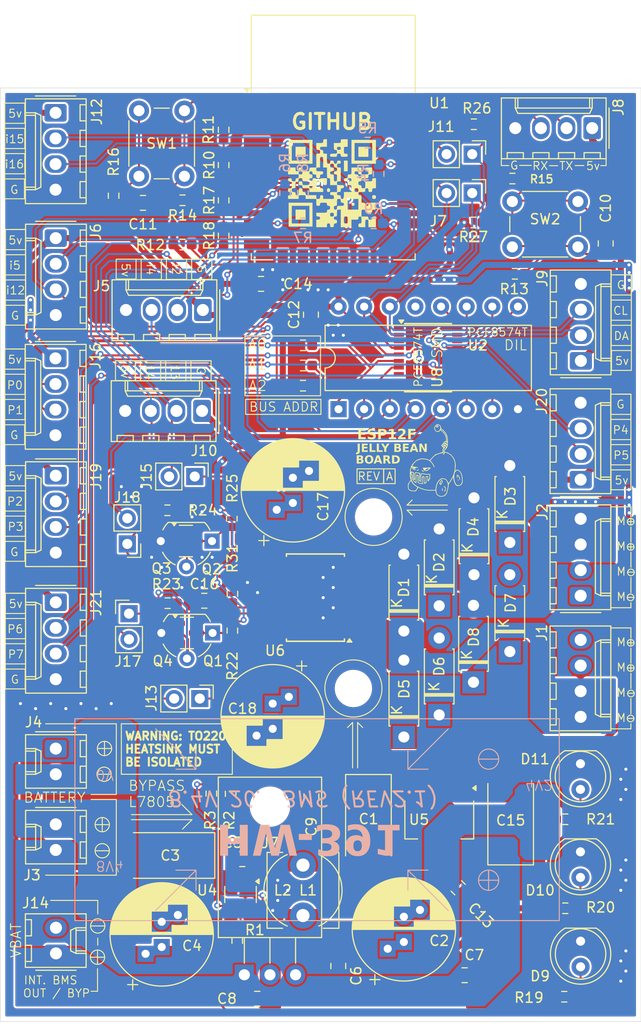
<source format=kicad_pcb>
(kicad_pcb (version 20240108) (generator "pcbnew") (generator_version "8.0")
  (title_block (title "Jelly Bean V1") (date "2025-02-14") (rev "A") (company "Artem Horiunov"))
  (layers (0 "F.Cu" signal) (31 "B.Cu" signal) (34 "B.Paste" user) (35 "F.Paste" user) (36 "B.SilkS" user "B.Silkscreen") (37 "F.SilkS" user "F.Silkscreen") (38 "B.Mask" user) (39 "F.Mask" user) (44 "Edge.Cuts" user))
  (net 0 "")
  (net 1 "+5V")
  (net 2 "GND")
  (net 3 "+VBAT")
  (net 4 "Net-(U4-VBST)")
  (net 5 "Net-(U4-SW)")
  (net 6 "Net-(U4-VFB)")
  (net 7 "Net-(U1-GPIO0)")
  (net 8 "Net-(C10-Pad2)")
  (net 9 "Net-(U1-~{RST})")
  (net 10 "3v3")
  (net 11 "Net-(D1-K)")
  (net 12 "Net-(D2-K)")
  (net 13 "Net-(D3-K)")
  (net 14 "Net-(D4-K)")
  (net 15 "Net-(J3-Pin_1)")
  (net 16 "Net-(J3-Pin_2)")
  (net 17 "Net-(J4-Pin_2)")
  (net 18 "/GPIO4")
  (net 19 "/GPIO2")
  (net 20 "/GPIO5")
  (net 21 "/GPIO12")
  (net 22 "/TXD")
  (net 23 "/RXD")
  (net 24 "/SCL")
  (net 25 "/SDA")
  (net 26 "/GPIO13")
  (net 27 "/GPIO14")
  (net 28 "/GPIO16")
  (net 29 "/GPIO15")
  (net 30 "/P1")
  (net 31 "/P0")
  (net 32 "/P3")
  (net 33 "/P2")
  (net 34 "/P4")
  (net 35 "/P5")
  (net 36 "/P7")
  (net 37 "/P6")
  (net 38 "/DIR1_B")
  (net 39 "/BRIDGE1_A2")
  (net 40 "/DIR2_B")
  (net 41 "/BRIDGE1_B2")
  (net 42 "Net-(U1-ADC)")
  (net 43 "Net-(R10-Pad1)")
  (net 44 "Net-(U1-EN)")
  (net 45 "Net-(R16-Pad1)")
  (net 46 "Net-(R17-Pad1)")
  (net 47 "/BRIDGE1_A1")
  (net 48 "/BRIDGE1_B1")
  (net 49 "/A2")
  (net 50 "/A1")
  (net 51 "/A0")
  (net 52 "Net-(U6-STBY)")
  (net 60 "Net-(U4-EN)")
  (net 61 "/PWMA")
  (net 62 "/PWMB")
  (net 68 "Net-(D9-A)")
  (net 69 "Net-(D10-A)")
  (net 70 "Net-(D11-A)")
  (footprint "Package_TO_SOT_SMD:SOT-23-6" (layer "F.Cu") (at 99.487018 159.674369 -90)
    (property "Reference" "U4")
    (property "Value" "TPS563200")
  )
  (footprint "Capacitor_SMD:C_0805_2012Metric_Pad1.18x1.45mm_HandSolder" (layer "F.Cu") (at 101.141938 170.004813)
    (property "Reference" "C8")
    (property "Value" "100n")
  )
  (footprint "Connector_Molex:Molex_KK-254_AE-6410-04A_1x04_P2.54mm_Vertical" (layer "F.Cu") (at 133.195267 118.571869 90)
    (property "Reference" "J20")
    (property "Value" "EXP_IO3")
  )
  (footprint "Capacitor_SMD:C_0805_2012Metric_Pad1.18x1.45mm_HandSolder" (layer "F.Cu") (at 121.699518 167.674369)
    (property "Reference" "C7")
    (property "Value" "100n")
  )
  (footprint "Connector_Molex:Molex_KK-254_AE-6410-04A_1x04_P2.54mm_Vertical" (layer "F.Cu") (at 133.195267 142.071869 90)
    (property "Reference" "J1")
    (property "Value" "MOT1")
  )
  (footprint "Connector_PinHeader_2.54mm:PinHeader_1x02_P2.54mm_Vertical" (layer "F.Cu") (at 122.450267 86.324369 -90)
    (property "Reference" "J11")
    (property "Value" "JUMP_GPIO5")
  )
  (footprint "Capacitor_THT:CP_Radial_D10.0mm_P2.50mm_P5.00mm" (layer "F.Cu") (at 115.675267 164.379546 90)
    (property "Reference" "C2")
    (property "Value" "100uf")
  )
  (footprint "Connector_Molex:Molex_KK-254_AE-6410-02A_1x02_P2.54mm_Vertical" (layer "F.Cu") (at 81.175267 145.221869 -90)
    (property "Reference" "J4")
    (property "Value" "BAT1")
  )
  (footprint "Resistor_SMD:R_0603_1608Metric_Pad0.98x0.95mm_HandSolder" (layer "F.Cu") (at 93.74015 90.889936)
    (property "Reference" "R14")
    (property "Value" "10k")
  )
  (footprint "Resistor_SMD:R_0603_1608Metric_Pad0.98x0.95mm_HandSolder" (layer "F.Cu") (at 131.675267 161.039369)
    (property "Reference" "R20")
    (property "Value" "330R")
  )
  (footprint "Resistor_SMD:R_0603_1608Metric_Pad0.98x0.95mm_HandSolder" (layer "F.Cu") (at 131.675267 152.221869)
    (property "Reference" "R21")
    (property "Value" "330R")
  )
  (footprint "Connector_Molex:Molex_KK-254_AE-6410-04A_1x04_P2.54mm_Vertical" (layer "F.Cu") (at 81.175267 118.181869 -90)
    (property "Reference" "J19")
    (property "Value" "EXP_IO2")
  )
  (footprint "Resistor_SMD:R_0603_1608Metric_Pad0.98x0.95mm_HandSolder" (layer "F.Cu") (at 122.570294 93.086585 180)
    (property "Reference" "R27")
    (property "Value" "10k")
  )
  (footprint "Connector_PinHeader_2.54mm:PinHeader_1x02_P2.54mm_Vertical" (layer "F.Cu") (at 94.950267 118.261869 -90)
    (property "Reference" "J15")
    (property "Value" "JUMP_GPIO5")
  )
  (footprint "Package_TO_SOT_SMD:SOT-223-3_TabPin2" (layer "F.Cu") (at 119.184518 152.261869 -90)
    (property "Reference" "U5")
    (property "Value" "AMS1117-3.3")
  )
  (footprint "Package_TO_SOT_THT:TO-92_Wide" (layer "F.Cu") (at 96.718902 133.761562 180)
    (property "Reference" "Q1")
    (property "Value" "BC547")
  )
  (footprint "Diode_THT:D_DO-41_SOD81_P7.62mm_Horizontal" (layer "F.Cu") (at 115.675267 133.571869 90)
    (property "Reference" "D1")
    (property "Value" "D")
  )
  (footprint "Package_TO_SOT_THT:TO-220-3_Horizontal_TabDown" (layer "F.Cu") (at 99.863856 167.630654)
    (property "Reference" "U7")
    (property "Value" "L7805")
  )
  (footprint "Resistor_SMD:R_0603_1608Metric_Pad0.98x0.95mm_HandSolder" (layer "F.Cu") (at 97.813158 94.402539 90)
    (property "Reference" "R18")
    (property "Value" "10k")
  )
  (footprint "Connector_PinHeader_2.54mm:PinHeader_1x02_P2.54mm_Vertical" (layer "F.Cu") (at 122.450267 90.174369 -90)
    (property "Reference" "J7")
    (property "Value" "JUMP GPIO4")
  )
  (footprint "Capacitor_THT:CP_Radial_D10.0mm_P2.50mm_P5.00mm" (layer "F.Cu") (at 104.675267 120.879546 90)
    (property "Reference" "C17")
    (property "Value" "100uf")
  )
  (footprint "LED_THT:LED_D5.0mm" (layer "F.Cu") (at 133.175267 146.721869 -90)
    (property "Reference" "D11")
    (property "Value" "LED")
  )
  (footprint "Resistor_SMD:R_0603_1608Metric_Pad0.98x0.95mm_HandSolder" (layer "F.Cu") (at 97.813158 90.902539 90)
    (property "Reference" "R17")
    (property "Value" "10k")
  )
  (footprint "Resistor_SMD:R_0603_1608Metric_Pad0.98x0.95mm_HandSolder" (layer "F.Cu") (at 131.573209 169.80469)
    (property "Reference" "R19")
    (property "Value" "330R")
  )
  (footprint "Package_SO:SSOP-20_4.4x6.5mm_P0.65mm" (layer "F.Cu") (at 118.075267 106.486869)
    (property "Reference" "U8")
    (property "Value" "PCF8574TS")
  )
  (footprint "Resistor_SMD:R_0603_1608Metric_Pad0.98x0.95mm_HandSolder" (layer "F.Cu") (at 92.236598 121.607256 180)
    (property "Reference" "R24")
    (property "Value" "10k")
  )
  (footprint "Connector_PinHeader_2.54mm:PinHeader_1x02_P2.54mm_Vertical" (layer "F.Cu") (at 95.450267 140.261869 -90)
    (property "Reference" "J13")
    (property "Value" "JUMP_GPIO12")
  )
  (footprint "Diode_THT:D_DO-41_SOD81_P7.62mm_Horizontal" (layer "F.Cu") (at 122.575267 138.643696 90)
    (property "Reference" "D8")
    (property "Value" "D")
  )
  (footprint "Diode_THT:D_DO-41_SOD81_P7.62mm_Horizontal" (layer "F.Cu") (at 126.175267 124.796869 90)
    (property "Reference" "D3")
    (property "Value" "D")
  )
  (footprint "Capacitor_SMD:C_0805_2012Metric_Pad1.18x1.45mm_HandSolder" (layer "F.Cu") (at 121.054899 159.005883 -45)
    (property "Reference" "C13")
    (property "Value" "100n")
  )
  (footprint "LED_THT:LED_D5.0mm" (layer "F.Cu") (at 133.175267 155.446869 -90)
    (property "Reference" "D10")
    (property "Value" "LED")
  )
  (footprint "Symbol:My_github" (layer "F.Cu") (at 108.675267 89.261869)
    (property "Reference" "REF**" (hide yes))
    (property "Value" "My_github" (hide yes))
  )
  (footprint "Resistor_SMD:R_0603_1608Metric_Pad0.98x0.95mm_HandSolder" (layer "F.Cu") (at 93.736631 95.276426 180)
    (property "Reference" "R12")
    (property "Value" "10k")
  )
  (footprint "Connector_Molex:Molex_KK-254_AE-6410-04A_1x04_P2.54mm_Vertical" (layer "F.Cu") (at 133.195267 130.071869 90)
    (property "Reference" "J2")
    (property "Value" "MOT2")
  )
  (footprint "Symbol:Angry_jello" (layer "F.Cu") (at 118.675267 118.761869)
    (property "Reference" "REF**" (hide yes))
    (property "Value" "Angry_jello")
  )
  (footprint "Package_TO_SOT_THT:TO-92_Wide" (layer "F.Cu") (at 96.662232 124.659832 180)
    (property "Reference" "Q2")
    (property "Value" "BC547")
  )
  (footprint "Capacitor_Tantalum_SMD:CP_EIA-7343-31_Kemet-D" (layer "F.Cu") (at 92.528158 155.809746 180)
    (property "Reference" "C3")
    (property "Value" "10uf")
  )
  (footprint "Capacitor_Tantalum_SMD:CP_EIA-7343-31_Kemet-D" (layer "F.Cu") (at 112.162018 152.196869 -90)
    (property "Reference" "C1")
    (property "Value" "10uf")
  )
  (footprint "LED_THT:LED_D5.0mm" (layer "F.Cu") (at 133.188516 164.299369 -90)
    (property "Reference" "D9")
    (property "Value" "LED")
  )
  (footprint "Connector_Molex:Molex_KK-254_AE-6410-04A_1x04_P2.54mm_Vertical" (layer "F.Cu") (at 95.755267 101.761869 180)
    (property "Reference" "J5")
    (property "Value" "GPIO_HD_1")
  )
  (footprint "Capacitor_THT:CP_Radial_D10.0mm_P2.50mm_P5.00mm" (layer "F.Cu") (at 91.675267 164.879546 90)
    (property "Reference" "C4")
    (property "Value" "100uf")
  )
  (footprint "Resistor_SMD:R_0603_1608Metric_Pad0.98x0.95mm_HandSolder" (layer "F.Cu") (at 96.595201 149.671027 -90)
    (property "Reference" "R3")
    (property "Value" "10k")
  )
  (footprint "Connector_Molex:Molex_KK-254_AE-6410-04A_1x04_P2.54mm_Vertical" (layer "F.Cu") (at 81.175267 130.721869 -90)
    (property "Reference" "J21")
    (property "Value" "EXP_IO4")
  )
  (footprint "Diode_THT:D_DO-41_SOD81_P7.62mm_Horizontal" (layer "F.Cu") (at 119.175267 141.881869 90)
    (property "Reference" "D6")
    (property "Value" "D")
  )
  (footprint "Capacitor_SMD:C_0805_2012Metric_Pad1.18x1.45mm_HandSolder" (layer "F.Cu") (at 95.89704 130.568718 180)
    (property "Reference" "C16")
    (property "Value" "100n")
  )
  (footprint "Connector_Molex:Molex_KK-254_AE-6410-04A_1x04_P2.54mm_Vertical" (layer "F.Cu") (at 81.155267 82.221869 -90)
    (property "Reference" "J12")
    (property "Value" "GPIO_HD_4")
  )
  (footprint "Package_SO:SSOP-24_5.3x8.2mm_P0.65mm" (layer "F.Cu") (at 106.910621 130.261869 180)
    (property "Reference" "U6")
    (property "Value" "TB6612FNG")
  )
  (footprint "Resistor_SMD:R_0603_1608Metric" (layer "F.Cu") (at 98.622232 122.43464 90)
    (property "Reference" "R25")
    (property "Value" "1k")
  )
  (footprint "Button_Switch_THT:SW_PUSH_6mm_H4.3mm" (layer "F.Cu") (at 126.425267 91.011869)
    (property "Reference" "SW2")
    (property "Value" "FLASH")
  )
  (footprint "Inductor_SMD:L_Sunlord_MWSA0624S" (layer "F.Cu") (at 105.675267 159.261869 -90)
    (property "Reference" "L1")
    (property "Value" "2.2uH")
  )
  (footprint "Resistor_SMD:R_0603_1608Metric_Pad0.98x0.95mm_HandSolder" (layer "F.Cu") (at 105.675267 109.261869)
    (property "Reference" "R28" (hide yes))
    (property "Value" "10k")
  )
  (footprint "Resistor_SMD:R_0603_1608Metric_Pad0.98x0.95mm_HandSolder" (layer "F.Cu") (at 99.162018 164.261869 90)
    (property "Reference" "R1")
    (property "Value" "10k")
  )
  (footprint "Capacitor_SMD:C_0805_2012Metric_Pad1.18x1.45mm_HandSolder" (layer "F.Cu") (at 109.175267 166.761869 90)
    (property "Reference" "C6")
    (property "Value" "100n")
  )
  (footprint "Resistor_SMD:R_0603_1608Metric_Pad0.98x0.95mm_HandSolder" (layer "F.Cu") (at 98.678902 133.531562 90)
    (property "Reference" "R22")
    (property "Value" "1k")
  )
  (footprint "Connector_Molex:Molex_KK-254_AE-6410-04A_1x04_P2.54mm_Vertical" (layer "F.Cu") (at 81.145662 106.552779 -90)
    (property "Reference" "J16")
    (property "Value" "EXP_IO1")
  )
  (footprint "Resistor_SMD:R_0603_1608Metric_Pad0.98x0.95mm_HandSolder" (layer "F.Cu") (at 97.813158 83.902539 90)
    (property "Reference" "R11")
    (property "Value" "10k")
  )
  (footprint "Connector_Molex:Molex_KK-254_AE-6410-04A_1x04_P2.54mm_Vertical" (layer "F.Cu") (at 134.337427 83.741869 180)
    (property "Reference" "J8")
    (property "Value" "PROG")
  )
  (footprint "MountingHole:MountingHole_3.2mm_M3_DIN965" (layer "F.Cu") (at 110.675267 139.261869)
    (property "Reference" "H1" (hide yes))
    (property "Value" "MountingHole")
  )
  (footprint "Connector_Molex:Molex_KK-254_AE-6410-02A_1x02_P2.54mm_Vertical" (layer "F.Cu") (at 81.175267 152.721869 -90)
    (property "Reference" "J3")
    (property "Value" "BAT2")
  )
  (footprint "MountingHole:MountingHole_3.2mm_M3_DIN965" (layer "F.Cu") (at 112.675267 122.261869)
    (property "Reference" "H2" (hide yes))
    (property "Value" "MountingHole")
  )
  (footprint "Resistor_SMD:R_0603_1608Metric_Pad0.98x0.95mm_HandSolder" (layer "F.Cu") (at 98.686515 129.881443 -90)
    (property "Reference" "R31")
    (property "Value" "10k")
  )
  (footprint "RF_Module:ESP-12E" (layer "F.Cu") (at 108.675267 84.674369)
    (property "Reference" "U1")
    (property "Value" "ESP-12F")
  )
  (footprint "Button_Switch_THT:SW_PUSH_6mm_H4.3mm" (layer "F.Cu") (at 89.425267 88.511869 90)
    (property "Reference" "SW1")
    (property "Value" "RST")
  )
  (footprint "Resistor_SMD:R_0603_1608Metric_Pad0.98x0.95mm_HandSolder" (layer "F.Cu") (at 105.675267 105.261869)
    (property "Reference" "R30" (hide yes))
    (property "Value" "10k")
  )
  (footprint "Diode_THT:D_DO-41_SOD81_P7.62mm_Horizontal" (layer "F.Cu") (at 122.625202 127.988604 90)
    (property "Reference" "D4")
    (property "Value" "D")
  )
  (footprint "Package_DIP:DIP-16_W10.16mm" (layer "F.Cu") (at 109.200267 111.586869 90)
    (property "Reference" "U2")
    (property "Value" "PCF8574")
  )
  (footprint "Resistor_SMD:R_0603_1608Metric_Pad0.98x0.95mm_HandSolder" (layer "F.Cu") (at 122.607585 83.357609 180)
    (property "Reference" "R26")
    (property "Value" "10k")
  )
  (footprint "Capacitor_SMD:C_0805_2012Metric_Pad1.18x1.45mm_HandSolder" (layer "F.Cu") (at 101.521232 99.173411)
    (property "Reference" "C14")
    (property "Value" "100n")
  )
  (footprint "Resistor_SMD:R_0603_1608Metric_Pad0.98x0.95mm_HandSolder" (layer "F.Cu") (at 97.813158 87.402539 90)
    (property "Reference" "R10")
    (property "Value" "10k")
  )
  (footprint "Diode_THT:D_DO-41_SOD81_P7.62mm_Horizontal" (layer "F.Cu") (at 115.675267 144.071869 90)
    (property "Reference" "D5")
    (property "Value" "D")
  )
  (footprint "Resistor_SMD:R_0603_1608Metric_Pad0.98x0.95mm_HandSolder" (layer "F.Cu") (at 92.260342 130.810823)
    (property "Reference" "R23")
    (property "Value" "10k")
  )
  (footprint "Connector_PinHeader_2.54mm:PinHeader_1x02_P2.54mm_Vertical" (layer "F.Cu") (at 88.268976 124.936869 180)
    (property "Reference" "J18")
    (property "Value" "JUMP_GPIO5")
  )
  (footprint "Connector_PinHeader_2.54mm:PinHeader_1x02_P2.54mm_Vertical" (layer "F.Cu") (at 88.435846 131.848505)
    (property "Reference" "J17")
    (property "Value" "JUMP_GPIO5")
  )
  (footprint "Resistor_SMD:R_0603_1608Metric_Pad0.98x0.95mm_HandSolder" (layer "F.Cu") (at 105.675267 107.261869)
    (property "Reference" "R29" (hide yes))
    (property "Value" "10k")
  )
  (footprint "Capacitor_Tantalum_SMD:CP_EIA-7343-31_Kemet-D" (layer "F.Cu") (at 126.259518 152.331869 90)
    (property "Reference" "C15")
    (property "Value" "10uf")
  )
  (footprint "Connector_Molex:Molex_KK-254_AE-6410-04A_1x04_P2.54mm_Vertical" (layer "F.Cu") (at 81.175267 94.641869 -90)
    (property "Reference" "J6")
    (property "Value" "GPIO_HD_2")
  )
  (footprint "Package_TO_SOT_SMD:SOT-23" (layer "F.Cu") (at 94.175267 133.761869)
    (property "Reference" "Q4")
    (property "Value" "BC847")
  )
  (footprint "Inductor_THT:L_Radial_D7.5mm_P5.00mm_Fastron_07P" (layer "F.Cu") (at 105.675267 156.761869 -90)
    (property "Reference" "L2")
    (property "Value" "2.2uH")
  )
  (footprint "Connector_Molex:Molex_KK-254_AE-6410-04A_1x04_P2.54mm_Vertical" (layer "F.Cu") (at 133.215267 106.801869 90)
    (property "Reference" "J9")
    (property "Value" "I2C")
  )
  (footprint "Connector_Molex:Molex_KK-254_AE-6410-02A_1x02_P2.54mm_Vertical" (layer "F.Cu") (at 81.195267 165.511869 90)
    (property "Reference" "J14")
    (property "Value" "VBAT")
  )
  (footprint "Resistor_SMD:R_0603_1608Metric_Pad0.98x0.95mm_HandSolder" (layer "F.Cu") (at 126.43208 88.738068 180)
    (property "Reference" "R15")
    (property "Value" "10k")
  )
  (footprint "Diode_THT:D_DO-41_SOD81_P7.62mm_Horizontal" (layer "F.Cu") (at 119.175267 131.071869 90)
    (property "Reference" "D2")
    (property "Value" "D")
  )
  (footprint "Resistor_SMD:R_0603_1608Metric_Pad0.98x0.95mm_HandSolder" (layer "F.Cu") (at 126.675267 98.174369 180)
    (property "Reference" "R13")
    (property "Value" "330R")
  )
  (footprint "Capacitor_SMD:C_0805_2012Metric_Pad1.18x1.45mm_HandSolder" (layer "F.Cu") (at 106.511684 149.960559 90)
    (property "Reference" "C9")
    (property "Value" "100n")
  )
  (footprint "Resistor_SMD:R_0603_1608Metric_Pad0.98x0.95mm_HandSolder" (layer "F.Cu") (at 98.506115 149.69998 90)
    (property "Reference" "R2")
    (property "Value" "54k9")
  )
  (footprint "Connector_Molex:Molex_KK-254_AE-6410-04A_1x04_P2.54mm_Vertical" (layer "F.Cu") (at 95.675267 111.761869 180)
    (property "Reference" "J10")
    (property "Value" "GPIO_HD_3")
  )
  (footprint "Capacitor_SMD:C_0805_2012Metric_Pad1.18x1.45mm_HandSolder" (layer "F.Cu") (at 135.675267 95.174369 -90)
    (property "Reference" "C10")
    (property "Value" "100n")
  )
  (footprint "Capacitor_SMD:C_0805_2012Metric_Pad1.18x1.45mm_HandSolder" (layer "F.Cu") (at 99.662018 156.174369 180)
    (property "Reference" "C5")
    (property "Value" "100n")
  )
  (footprint "Capacitor_THT:CP_Radial_D10.0mm_P2.50mm_P5.00mm" (layer "F.Cu") (at 102.675267 140.761869 -90)
    (property "Reference" "C18")
    (property "Value" "100uf")
  )
  (footprint "Resistor_SMD:R_0603_1608Metric_Pad0.98x0.95mm_HandSolder" (layer "F.Cu") (at 86.907543 90.438209 -90)
    (property "Reference" "R16")
    (property "Value" "330R")
  )
  (footprint "Diode_THT:D_DO-41_SOD81_P7.62mm_Horizontal" (layer "F.Cu") (at 126.175267 135.606869 90)
    (property "Reference" "D7")
    (property "Value" "D")
  )
  (footprint "Capacitor_SMD:C_0805_2012Metric_Pad1.18x1.45mm_HandSolder" (layer "F.Cu") (at 106.465734 102.223594 90)
    (property "Reference" "C12")
    (property "Value" "100n")
  )
  (footprint "Package_TO_SOT_SMD:SOT-23" (layer "F.Cu") (at 94.075267 124.652421)
    (property "Reference" "Q3")
    (property "Value" "BC847")
  )
  (footprint "Capacitor_SMD:C_0805_2012Metric_Pad1.18x1.45mm_HandSolder" (layer "F.Cu") (at 89.821146 91.146172 180)
    (property "Reference" "C11")
    (property "Value" "100n")
  )
  (footprint "Resistor_SMD:R_0603_1608Metric_Pad0.98x0.95mm_HandSolder" (layer "B.Cu") (at 103.899603 90.174085 -90)
    (property "Reference" "R6")
    (property "Value" "100k")
  )
  (footprint "Resistor_SMD:R_0603_1608Metric_Pad0.98x0.95mm_HandSolder" (layer "B.Cu") (at 113.175267 88.261869 -90)
    (property "Reference" "R4")
    (property "Value" "100k")
  )
  (footprint "Resistor_SMD:R_0603_1608Metric_Pad0.98x0.95mm_HandSolder" (layer "B.Cu") (at 105.675267 93.174369)
    (property "Reference" "R7")
    (property "Value" "100k")
  )
  (footprint "Battery:Chinese 20A BMS" (layer "B.Cu") (at 112.075267 152.261869)
    (property "Reference" "U3" (hide yes))
    (property "Value" "~")
  )
  (footprint "Resistor_SMD:R_0603_1608Metric_Pad0.98x0.95mm_HandSolder" (layer "B.Cu") (at 105.675267 90.174369 -90)
    (property "Reference" "R8")
    (property "Value" "100k")
  )
  (footprint "Resistor_SMD:R_0603_1608Metric_Pad0.98x0.95mm_HandSolder" (layer "B.Cu") (at 112.087767 85.174369 180)
    (property "Reference" "R5")
    (property "Value" "100k")
  )
  (footprint "Resistor_SMD:R_0603_1608Metric_Pad0.98x0.95mm_HandSolder" (layer "B.Cu") (at 112.675267 93.174369 180)
    (property "Reference" "R9")
    (property "Value" "100k")
  )
  (gr_line (start 85.316073 167.02613) (end 85.316073 169.261869) (stroke (width 0.1)) (layer "F.SilkS"))
  (gr_line (start 138.175266 110.103711) (end 138.175266 112.603711) (stroke (width 0.1)) (layer "F.SilkS"))
  (gr_rect (start 76.192856 93.785374) (end 78.192856 95.785374) (stroke (width 0.1)) (fill none) (layer "F.SilkS"))
  (gr_rect (start 76.152567 119.683263) (end 78.152567 121.683263) (stroke (width 0.1)) (fill none) (layer "F.SilkS"))
  (gr_rect (start 136.219643 98.278221) (end 138.219643 100.278221) (stroke (width 0.1)) (fill none) (layer "F.SilkS"))
  (gr_line (start 111.0916 147.1316) (end 111.0916 142.6316) (stroke (width 0.1)) (layer "F.SilkS"))
  (gr_rect (start 76.192856 96.285374) (end 78.192856 98.285374) (stroke (width 0.1)) (fill none) (layer "F.SilkS"))
  (gr_line (start 92.142359 96.727962) (end 91.642359 96.727962) (stroke (width 0.1)) (layer "F.SilkS"))
  (gr_line (start 98.675267 143.261869) (end 98.675267 142.761869) (stroke (width 0.1)) (layer "F.SilkS"))
  (gr_line (start 86.489902 155.342694) (end 85.07569 155.342694) (stroke (width 0.1)) (layer "F.SilkS"))
  (gr_rect (start 76.191256 101.293846) (end 78.159279 103.261869) (stroke (width 0.1)) (fill none) (layer "F.SilkS"))
  (gr_line (start 138.175267 127.261869) (end 138.175267 125.761869) (stroke (width 0.1)) (layer "F.SilkS"))
  (gr_line (start 85.782796 152.047523) (end 85.782796 153.461735) (stroke (width 0.1)) (layer "F.SilkS"))
  (gr_line (start 125.331274 87.454466) (end 125.331274 86.776755) (stroke (width 0.1)) (layer "F.SilkS"))
  (gr_line (start 138.175267 141.761869) (end 138.175267 140.261869) (stroke (width 0.1)) (layer "F.SilkS"))
  (gr_line (start 133.513612 87.44958) (end 132.650695 87.44958) (stroke (width 0.1)) (layer "F.SilkS"))
  (gr_line (start 138.175267 131.261869) (end 138.175267 130.761869) (stroke (width 0.1)) (layer "F.SilkS"))
  (gr_line (start 86.02218 165.886836) (end 84.607968 165.886836) (stroke (width 0.1)) (layer "F.SilkS"))
  (gr_rect (start 136.207243 117.603711) (end 138.175266 119.571734) (stroke (width 0.1)) (fill none) (layer "F.SilkS"))
  (gr_line (start 76.120658 112.625825) (end 76.120658 113.125825) (stroke (width 0.1)) (layer "F.SilkS"))
  (gr_line (start 85.338011 161.6073) (end 85.338011 160.261869) (stroke (width 0.1)) (layer "F.SilkS"))
  (gr_rect (start 92.071563 106.785602) (end 94.071563 108.785602) (stroke (width 0.1)) (fill none) (layer "F.SilkS"))
  (gr_line (start 86.714477 145.206617) (end 85.300265 145.206617) (stroke (width 0.1)) (layer "F.SilkS"))
  (gr_rect (start 113.667666 117.501331) (end 114.808471 118.965631) (stroke (width 0.1)) (fill none) (layer "F.SilkS"))
  (gr_line (start 86.044119 162.793496) (end 84.629907 162.793496) (stroke (width 0.1)) (layer "F.SilkS"))
  (gr_line (start 138.175266 117.103711) (end 138.175266 117.603711) (stroke (width 0.1)) (layer "F.SilkS"))
  (gr_line (start 119.99043 121.591811) (end 115.99043 121.591811) (stroke (width 0.1)) (layer "F.SilkS"))
  (gr_rect (start 76.120658 110.625825) (end 78.120658 112.625825) (stroke (width 0.1)) (fill none) (layer "F.SilkS"))
  (gr_line (start 138.219643 105.278221) (end 138.219643 105.778221) (stroke (width 0.1)) (layer "F.SilkS"))
  (gr_circle (center 138.151466 122.733768) (end 138.151466 122.404977) (stroke (width 0.1)) (fill none) (layer "F.SilkS"))
  (gr_line (start 98.675267 147.761869) (end 87.675267 147.761869) (stroke (width 0.1)) (layer "F.SilkS"))
  (gr_line (start 136.719643 98.278221) (end 138.219643 98.278221) (stroke (width 0.1)) (layer "F.SilkS"))
  (gr_line (start 138.175267 121.261869) (end 136.175267 121.261869) (stroke (width 0.1)) (layer "F.SilkS"))
  (gr_rect (start 87.095068 106.784002) (end 89.063091 108.752025) (stroke (width 0.1)) (fill none) (layer "F.SilkS"))
  (gr_line (start 138.219643 102.778221) (end 138.219643 103.278221) (stroke (width 0.1)) (layer "F.SilkS"))
  (gr_line (start 76.152567 117.183263) (end 76.152567 119.683263) (stroke (width 0.1)) (layer "F.SilkS"))
  (gr_line (start 138.219643 98.278221) (end 138.219643 100.778221) (stroke (width 0.1)) (layer "F.SilkS"))
  (gr_line (start 110.5916 142.6316) (end 110.0916 143.1316) (stroke (width 0.1)) (layer "F.SilkS"))
  (gr_line (start 138.175267 139.261869) (end 138.175267 137.761869) (stroke (width 0.1)) (layer "F.SilkS"))
  (gr_rect (start 76.176177 137.337824) (end 78.1442 139.305847) (stroke (width 0.1)) (fill none) (layer "F.SilkS"))
  (gr_line (start 126.069121 87.44958) (end 125.381712 87.44958) (stroke (width 0.1)) (layer "F.SilkS"))
  (gr_rect (start 136.175266 115.103711) (end 138.175266 117.103711) (stroke (width 0.1)) (fill none) (layer "F.SilkS"))
  (gr_line (start 87.675267 142.761869) (end 98.675267 142.761869) (stroke (width 0.1)) (layer "F.SilkS"))
  (gr_line (start 138.175267 124.761869) (end 138.175267 123.261869) (stroke (width 0.1)) (layer "F.SilkS"))
  (gr_line (start 84.675267 150.261869) (end 87.175267 150.261869) (stroke (width 0.1)) (layer "F.SilkS"))
  (gr_rect (start 89.642359 96.727962) (end 91.642359 98.727962) (stroke (width 0.1)) (fill none) (layer "F.SilkS"))
  (gr_rect (start 136.219643 100.778221) (end 138.219643 102.778221) (stroke (width 0.1)) (fill none) (layer "F.SilkS"))
  (gr_line (start 85.315074 165.17973) (end 85.315074 166.593942) (stroke (width 0.1)) (layer "F.SilkS"))
  (gr_line (start 89.571563 106.785602) (end 89.071563 106.785602) (stroke (width 0.1)) (layer "F.SilkS"))
  (gr_line (start 76.177777 136.829352) (end 76.177777 137.329352) (stroke (width 0.1)) (layer "F.SilkS"))
  (gr_circle (center 138.150839 125.237543) (end 138.150839 124.908752) (stroke (width 0.1)) (fill none) (layer "F.SilkS"))
  (gr_rect (start 76.150967 124.691735) (end 78.11899 126.659758) (stroke (width 0.1)) (fill none) (layer "F.SilkS"))
  (gr_line (start 76.105363 88.264459) (end 76.105363 88.764459) (stroke (width 0.1)) (layer "F.SilkS"))
  (gr_line (start 76.692856 93.785374) (end 78.192856 93.785374) (stroke (width 0.1)) (layer "F.SilkS"))
  (gr_rect (start 76.177777 134.829352) (end 78.177777 136.829352) (stroke (width 0.1)) (fill none) (layer "F.SilkS"))
  (gr_circle (center 138.151466 134.733768) (end 138.151466 134.404977) (stroke (width 0.1)) (fill none) (layer "F.SilkS"))
  (gr_line (start 76.120658 110.125825) (end 76.120658 110.625825) (stroke (width 0.1)) (layer "F.SilkS"))
  (gr_circle (center 138.175267 127.761869) (end 138.175267 127.433078) (stroke (width 0.1)) (fill none) (layer "F.SilkS"))
  (gr_circle (center 138.150839 137.237543) (end 138.150839 136.908752) (stroke (width 0.1)) (fill none) (layer "F.SilkS"))
  (gr_line (start 96.571563 107.285602) (end 96.571563 108.785602) (stroke (width 0.1)) (layer "F.SilkS"))
  (gr_rect (start 76.105363 83.764459) (end 78.105363 85.764459) (stroke (width 0.1)) (fill none) (layer "F.SilkS"))
  (gr_rect (start 76.103763 88.772931) (end 78.071786 90.740954) (stroke (width 0.1)) (fill none) (layer "F.SilkS"))
  (gr_line (start 111.0916 142.6316) (end 111.5916 143.1316) (stroke (width 0.1)) (layer "F.SilkS"))
  (gr_circle (center 138.140598 130.236426) (end 138.140598 129.907635) (stroke (width 0.1)) (fill none) (layer "F.SilkS"))
  (gr_rect (start 76.177777 132.329352) (end 78.177777 134.329352) (stroke (width 0.1)) (fill none) (layer "F.SilkS"))
  (gr_rect (start 76.105363 81.264459) (end 78.105363 83.264459) (stroke (width 0.1)) (fill none) (layer "F.SilkS"))
  (gr_line (start 135.717427 86.771869) (end 135.717427 87.454153) (stroke (width 0.1)) (layer "F.SilkS"))
  (gr_rect (start 76.192856 98.785374) (end 78.192856 100.785374) (stroke (width 0.1)) (fill none) (layer "F.SilkS"))
  (gr_line (start 76.152567 121.683263) (end 76.152567 122.183263) (stroke (width 0.1)) (layer "F.SilkS"))
  (gr_rect (start 99.994941 110.611933) (end 107.45658 112.104262) (stroke (width 0.1)) (fill none) (layer "F.SilkS"))
  (gr_circle (center 85.782796 152.754629) (end 86.282796 152.254629) (stroke (width 0.1)) (fill none) (layer "F.SilkS"))
  (gr_rect (start 76.120658 108.125825) (end 78.120658 110.125825) (stroke (width 0.1)) (fill none) (layer "F.SilkS"))
  (gr_line (start 128.306856 87.434954) (end 127.151424 87.434954) (stroke (width 0.1)) (layer "F.SilkS"))
  (gr_line (start 138.175267 143.261869) (end 138.175267 142.761869) (stroke (width 0.1)) (layer "F.SilkS"))
  (gr_rect (start 136.25162 105.778221) (end 138.219643 107.746244) (stroke (width 0.1)) (fill none) (layer "F.SilkS"))
  (gr_line (start 87.175267 149.761869) (end 87.175267 142.761869) (stroke (width 0.1)) (layer "F.SilkS"))
  (gr_line (start 138.175267 129.761869) (end 138.175267 128.261869) (stroke (width 0.1)) (layer "F.SilkS"))
  (gr_line (start 84.675267 149.761869) (end 87.175267 149.761869) (stroke (width 0.1)) (layer "F.SilkS"))
  (gr_line (start 86.489902 152.754629) (end 85.07569 152.754629) (stroke (width 0.1)) (layer "F.SilkS"))
  (gr_rect (start 94.571563 106.785602) (end 96.571563 108.785602) (stroke (width 0.1)) (fill none) (layer "F.SilkS"))
  (gr_line (start 87.175267 150.261869) (end 87.175267 157.261869) (stroke (width 0.1)) (layer "F.SilkS"))
  (gr_line (start 92.071563 106.785602) (end 91.571563 106.785602) (stroke (width 0.1)) (layer "F.SilkS"))
  (gr_line (start 76.105363 85.764459) (end 76.105363 86.264459) (stroke (width 0.1)) (layer "F.SilkS"))
  (gr_line (start 138.175267 122.261869) (end 138.175267 121.261869) (stroke (width 0.1)) (layer "F.SilkS"))
  (gr_line (start 94.675267 151.761869) (end 93.675267 150.761869) (stroke (width 0.1)) (layer "F.SilkS"))
  (gr_line (start 119.99043 121.091811) (end 115.99043 121.091811) (stroke (width 0.1)) (layer "F.SilkS"))
  (gr_line (start 76.677777 129.829352) (end 78.177777 129.829352) (stroke (width 0.1)) (layer "F.SilkS"))
  (gr_line (start 138.175267 133.261869) (end 136.175267 133.261869) (stroke (width 0.1)) (layer "F.SilkS"))
  (gr_line (start 85.338011 160.261869) (end 80.675267 160.261869) (stroke (width 0.1)) (layer "F.SilkS"))
  (gr_line (start 130.910234 87.464205) (end 130.120445 87.464205) (stroke (width 0.1)) (layer "F.SilkS"))
  (gr_line (start 96.642359 96.727962) (end 94.142359 96.727962) (stroke (width 0.1)) (layer "F.SilkS"))
  (gr_rect (start 76.119058 113.134297) (end 78.087081 115.10232) (stroke (width 0.1)) (fill none) (layer "F.SilkS"))
  (gr_line (start 88.675267 152.261869) (end 94.675267 152.261869) (stroke (width 0.1)) (layer "F.SilkS"))
  (gr_line (start 76.620658 105.625825) (end 78.120658 105.625825) (stroke (width 0.1)) (layer "F.SilkS"))
  (gr_line (start 76.120658 105.625825) (end 76.120658 108.125825) (stroke (width 0.1)) (layer "F.SilkS"))
  (gr_line (start 87.175267 157.261869) (end 87.175267 157.761869) (stroke (width 0.1)) (layer "F.SilkS"))
  (gr_line (start 96.642359 97.227962) (end 96.642359 98.727962) (stroke (width 0.1)) (layer "F.SilkS"))
  (gr_line (start 76.192856 100.785374) (end 76.192856 101.285374) (stroke (width 0.1)) (layer "F.SilkS"))
  (gr_line (start 138.175266 114.603711) (end 138.175266 115.103711) (stroke (width 0.1)) (layer "F.SilkS"))
  (gr_line (start 76.192856 93.785374) (end 76.192856 96.285374) (stroke (width 0.1)) (layer "F.SilkS"))
  (gr_line (start 136.675266 110.103711) (end 138.175266 110.103711) (stroke (width 0.1)) (layer "F.SilkS"))
  (gr_circle (center 110.675267 139.261869) (end 112.675267 137.261869) (stroke (width 0.1)) (fill none) (layer "F.SilkS"))
  (gr_rect (start 87.165864 96.726362) (end 89.133887 98.694385) (stroke (width 0.1)) (fill none) (layer "F.SilkS"))
  (gr_line (start 85.316073 169.261869) (end 84.675267 169.261869) (stroke (width 0.1)) (layer "F.SilkS"))
  (gr_circle (center 85.315074 165.886836) (end 85.815074 165.386836) (stroke (width 0.1)) (fill none) (layer "F.SilkS"))
  (gr_line (start 115.99043 121.591811) (end 116.49043 122.091811) (stroke (width 0.1)) (layer "F.SilkS"))
  (gr_line (start 98.675267 143.261869) (end 98.675267 147.761869) (stroke (width 0.1)) (layer "F.SilkS"))
  (gr_circle (center 85.968161 147.761869) (end 86.468161 147.261869) (stroke (width 0.1)) (fill none) (layer "F.SilkS"))
  (gr_circle (center 138.140598 142.236426) (end 138.140598 141.907635) (stroke (width 0.1)) (fill none) (layer "F.SilkS"))
  (gr_line (start 76.105363 81.264459) (end 76.105363 83.764459) (stroke (width 0.1)) (layer "F.SilkS"))
  (gr_line (start 87.175267 157.761869) (end 80.175267 157.761869) (stroke (width 0.1)) (layer "F.SilkS"))
  (gr_line (start 88.675267 151.761869) (end 94.675267 151.761869) (stroke (width 0.1)) (layer "F.SilkS"))
  (gr_line (start 87.675267 147.761869) (end 87.675267 142.761869) (stroke (width 0.1)) (layer "F.SilkS"))
  (gr_circle (center 112.675267 122.261869) (end 114.675267 120.261869) (stroke (width 0.1)) (fill none) (layer "F.SilkS"))
  (gr_rect (start 76.152567 122.183263) (end 78.152567 124.183263) (stroke (width 0.1)) (fill none) (layer "F.SilkS"))
  (gr_circle (center 138.175267 139.761869) (end 138.175267 139.433078) (stroke (width 0.1)) (fill none) (layer "F.SilkS"))
  (gr_line (start 76.192856 98.285374) (end 76.192856 98.785374) (stroke (width 0.1)) (layer "F.SilkS"))
  (gr_line (start 87.175267 142.761869) (end 80.175267 142.761869) (stroke (width 0.1)) (layer "F.SilkS"))
  (gr_rect (start 136.219643 103.278221) (end 138.219643 105.278221) (stroke (width 0.1)) (fill none) (layer "F.SilkS"))
  (gr_line (start 115.99043 121.091811) (end 116.49043 120.591811) (stroke (width 0.1)) (layer "F.SilkS"))
  (gr_circle (center 86.007371 145.206617) (end 86.507371 144.706617) (stroke (width 0.1)) (fill none) (layer "F.SilkS"))
  (gr_line (start 89.642359 96.727962) (end 89.142359 96.727962) (stroke (width 0.1)) (layer "F.SilkS"))
  (gr_line (start 96.571563 106.785602) (end 94.071563 106.785602) (stroke (width 0.1)) (layer "F.SilkS"))
  (gr_rect (start 76.105363 86.264459) (end 78.105363 88.264459) (stroke (width 0.1)) (fill none) (layer "F.SilkS"))
  (gr_rect (start 94.642359 96.727962) (end 96.642359 98.727962) (stroke (width 0.1)) (fill none) (layer "F.SilkS"))
  (gr_rect (start 89.571563 106.785602) (end 91.571563 108.785602) (stroke (width 0.1)) (fill none) (layer "F.SilkS"))
  (gr_line (start 86.007371 144.499511) (end 86.007371 145.913723) (stroke (width 0.1)) (layer "F.SilkS"))
  (gr_circle (center 85.337013 162.793496) (end 85.837013 162.293496) (stroke (width 0.1)) (fill none) (layer "F.SilkS"))
  (gr_rect (start 76.152567 117.183263) (end 78.152567 119.183263) (stroke (width 0.1)) (fill none) (layer "F.SilkS"))
  (gr_line (start 136.175267 143.261869) (end 138.175267 143.261869) (stroke (width 0.1)) (layer "F.SilkS"))
  (gr_rect (start 111.031736 117.501331) (end 113.672541 118.965631) (stroke (width 0.1)) (fill none) (layer "F.SilkS"))
  (gr_rect (start 136.175266 110.103711) (end 138.175266 112.103711) (stroke (width 0.1)) (fill none) (layer "F.SilkS"))
  (gr_line (start 110.5916 147.1316) (end 110.5916 142.6316) (stroke (width 0.1)) (layer "F.SilkS"))
  (gr_line (start 138.175267 136.761869) (end 138.175267 135.261869) (stroke (width 0.1)) (layer "F.SilkS"))
  (gr_rect (start 76.120658 105.625825) (end 78.120658 107.625825) (stroke (width 0.1)) (fill none) (layer "F.SilkS"))
  (gr_line (start 76.605363 81.264459) (end 78.105363 81.264459) (stroke (width 0.1)) (layer "F.SilkS"))
  (gr_circle (center 85.782796 155.342694) (end 86.282796 154.842694) (stroke (width 0.1)) (fill none) (layer "F.SilkS"))
  (gr_line (start 86.675267 147.761869) (end 85.261055 147.761869) (stroke (width 0.1)) (layer "F.SilkS"))
  (gr_rect (start 136.175266 112.603711) (end 138.175266 114.603711) (stroke (width 0.1)) (fill none) (layer "F.SilkS"))
  (gr_line (start 76.652567 117.183263) (end 78.152567 117.183263) (stroke (width 0.1)) (layer "F.SilkS"))
  (gr_line (start 94.675267 152.261869) (end 93.74567 153.191466) (stroke (width 0.1)) (layer "F.SilkS"))
  (gr_line (start 135.717427 87.454153) (end 135.182291 87.454153) (stroke (width 0.1)) (layer "F.SilkS"))
  (gr_rect (start 76.177777 129.829352) (end 78.177777 131.829352) (stroke (width 0.1)) (fill none) (layer "F.SilkS"))
  (gr_line (start 76.177777 134.329352) (end 76.177777 134.829352) (stroke (width 0.1)) (layer "F.SilkS"))
  (gr_rect (start 92.142359 96.727962) (end 94.142359 98.727962) (stroke (width 0.1)) (fill none) (layer "F.SilkS"))
  (gr_line (start 76.177777 129.829352) (end 76.177777 132.329352) (stroke (width 0.1)) (layer "F.SilkS"))
  (gr_line (start 76.152567 124.183263) (end 76.152567 124.683263) (stroke (width 0.1)) (layer "F.SilkS"))
  (gr_rect (start 99.929103 104.335379) (end 107.412687 110.25934) (stroke (width 0.1)) (fill none) (layer "F.SilkS"))
  (gr_line (start 138.175267 134.261869) (end 138.175267 133.261869) (stroke (width 0.1)) (layer "F.SilkS"))
  (gr_line (start 136.175267 131.261869) (end 138.175267 131.261869) (stroke (width 0.1)) (layer "F.SilkS"))
  (gr_line (start 85.338011 164.70064) (end 85.338011 163.998606) (stroke (width 0.1)) (layer "F.SilkS"))
  (gr_rect (start 75.675267 79.761869) (end 139.175267 172.261869) (stroke (width 0.05)) (fill none) (layer "Edge.Cuts"))
  (gr_text "G" (at 76.596687 114.631235 0) (layer "F.SilkS") (effects (font (size 0.8 0.8) (thickness 0.1)) (justify left bottom)))
  (gr_text "ESP12F" (at 111.036917 114.728961 0) (layer "F.SilkS") (effects (font (size 1 1) (thickness 0.2) (bold yes) (italic yes)) (justify left bottom)))
  (gr_text "5v\n" (at 87.645085 97.055178 -90) (layer "F.SilkS") (effects (font (size 0.8 0.8) (thickness 0.1)) (justify left bottom)))
  (gr_text "G" (at 76.657915 138.844172 0) (layer "F.SilkS") (effects (font (size 0.8 0.8) (thickness 0.1)) (justify left bottom)))
  (gr_text "i12\n" (at 76.165516 100.281369 0) (layer "F.SilkS") (effects (font (size 0.8 0.8) (thickness 0.1)) (justify left bottom)))
  (gr_text "BYPASS\nL7805" (at 88.314076 151.091945 0) (layer "F.SilkS") (effects (font (size 1 1) (thickness 0.1)) (justify left bottom)))
  (gr_text "VBAT\n" (at 77.818178 166.017047 90) (layer "F.SilkS") (effects (font (size 1 1) (thickness 0.1)) (justify left bottom)))
  (gr_text "P5\n" (at 136.373576 116.625784 0) (layer "F.SilkS") (effects (font (size 0.8 0.8) (thickness 0.1)) (justify left bottom)))
  (gr_text "INT. BMS\n" (at 77.953884 168.638413 0) (layer "F.SilkS") (effects (font (size 0.8 0.8) (thickness 0.1)) (justify left bottom)))
  (gr_text "M-\n" (at 136.692618 128.142137 0) (layer "F.SilkS") (effects (font (size 0.8 0.8) (thickness 0.1)) (justify left bottom)))
  (gr_text "CL" (at 136.35945 102.299295 0) (layer "F.SilkS") (effects (font (size 0.8 0.8) (thickness 0.1)) (justify left bottom)))
  (gr_text "G" (at 76.604863 126.217991 0) (layer "F.SilkS") (effects (font (size 0.8 0.8) (thickness 0.1)) (justify left bottom)))
  (gr_text "P1\n" (at 76.318968 112.147898 0) (layer "F.SilkS") (effects (font (size 0.8 0.8) (thickness 0.1)) (justify left bottom)))
  (gr_text "5v\n" (at 76.461332 131.345899 0) (layer "F.SilkS") (effects (font (size 0.8 0.8) (thickness 0.1)) (justify left bottom)))
  (gr_text "P0\n\n" (at 76.280372 110.970352 0) (layer "F.SilkS") (effects (font (size 0.8 0.8) (thickness 0.1)) (justify left bottom)))
  (gr_text "M-\n" (at 136.692618 142.642137 0) (layer "F.SilkS") (effects (font (size 0.8 0.8) (thickness 0.1)) (justify left bottom)))
  (gr_text "5v\n" (at 76.403328 82.766186 0) (layer "F.SilkS") (effects (font (size 0.8 0.8) (thickness 0.1)) (justify left bottom)))
  (gr_text "5v\n" (at 133.670679 87.954728 0) (layer "F.SilkS") (effects (font (size 0.8 0.8) (thickness 0.1)) (justify left bottom)))
  (gr_text "5v\n" (at 76.43208 95.320371 0) (layer "F.SilkS") (effects (font (size 0.8 0.8) (thickness 0.1)) (justify left bottom)))
  (gr_text "G" (at 136.719643 99.759871 0) (layer "F.SilkS") (effects (font (size 0.8 0.8) (thickness 0.1)) (justify left bottom)))
  (gr_text "PCF8574T\n" (at 121.947291 104.435534 0) (layer "F.SilkS") (effects (font (size 0.8 0.8) (thickness 0.1)) (justify left bottom)))
  (gr_text "i5" (at 76.487858 97.817646 0) (layer "F.SilkS") (effects (font (size 0.8 0.8) (thickness 0.1)) (justify left bottom)))
  (gr_text "5v\n" (at 136.546859 107.275495 0) (layer "F.SilkS") (effects (font (size 0.8 0.8) (thickness 0.1)) (justify left bottom)))
  (gr_text "A1\n" (at 100.175267 107.761869 0) (layer "F.SilkS") (effects (font (size 1 1) (thickness 0.1)) (justify left bottom)))
  (gr_text "PCF8574T\n" (at 117.572852 109.465984 90) (layer "F.SilkS") (effects (font (size 0.8 0.8) (thickness 0.1)) (justify left bottom)))
  (gr_text "REV A" (at 111.030161 118.710391 0) (layer "F.SilkS") (effects (font (size 0.8 0.8) (thickness 0.1)) (justify left bottom)))
  (gr_text "M+\n" (at 136.692618 135.142137 0) (layer "F.SilkS") (effects (font (size 0.8 0.8) (thickness 0.1)) (justify left bottom)))
  (gr_text "I4" (at 90.108453 97.098125 270) (layer "F.SilkS") (effects (font (size 0.8 0.8) (thickness 0.1)) (justify left bottom)))
  (gr_text "G" (at 76.672676 102.798567 0) (layer "F.SilkS") (effects (font (size 0.8 0.8) (thickness 0.1)) (justify left bottom)))
  (gr_text "I2" (at 92.653328 97.076187 270) (layer "F.SilkS") (effects (font (size 0.8 0.8) (thickness 0.1)) (justify left bottom)))
  (gr_text "P7\n" (at 76.376087 136.351425 0) (layer "F.SilkS") (effects (font (size 0.8 0.8) (thickness 0.1)) (justify left bottom)))
  (gr_text "5v\n" (at 136.502482 119.100985 0) (layer "F.SilkS") (effects (font (size 0.8 0.8) (thickness 0.1)) (justify left bottom)))
  (gr_text "G" (at 76.601037 90.316808 0) (layer "F.SilkS") (effects (font (size 0.8 0.8) (thickness 0.1)) (justify left bottom)))
  (gr_text "P3\n" (at 76.350877 123.705336 0) (layer "F.SilkS") (effects (font (size 0.8 0.8) (thickness 0.1)) (justify left bottom)))
  (gr_text "M+\n" (at 136.692618 137.642137 0) (layer "F.SilkS") (effects (font (size 0.8 0.8) (thickness 0.1)) (justify left bottom)))
  (gr_text "G" (at 95.160709 97.227962 -90) (layer "F.SilkS") (effects (font (size 0.8 0.8) (thickness 0.1)) (justify left bottom)))
  (gr_text "JELLY BEAN\n" (at 110.993039 115.957522 0) (layer "F.SilkS") (effects (font (size 0.8 0.8) (thickness 0.2) (bold yes) (italic yes)) (justify left bottom)))
  (gr_text "BATTERY\n" (at 77.928356 150.656974 0) (layer "F.SilkS") (effects (font (size 1 1) (thickness 0.1)) (justify left bottom)))
  (gr_text "TX" (at 131.016111 87.952138 0) (layer "F.SilkS") (effects (font (size 0.8 0.8) (thickness 0.1)) (justify left bottom)))
  (gr_text "SMD" (at 119.563693 106.625435 90) (layer "F.SilkS") (effects (font (size 1 1) (thickness 0.1)) (justify left bottom)))
  (gr_text "P4\n" (at 136.315073 114.124785 0) (layer "F.SilkS") (effects (font (size 0.8 0.8) (thickness 0.1)) (justify left bottom)))
  (gr_text "WARNING: TO220 \nHEATSINK MUST\nBE ISOLATED" (at 87.945132 147.022406 0) (layer "F.SilkS") (effects (font (size 0.8 0.8) (thickness 0.2) (bold yes)) (justify left bottom)))
  (gr_text "G" (at 126.142249 87.902977 0) (layer "F.SilkS") (effects (font (size 0.8 0.8) (thickness 0.1)) (justify left bottom)))
  (gr_text "A2\n" (at 100.214401 109.86577 0) (layer "F.SilkS") (effects (font (size 1 1) (thickness 0.1)) (justify left bottom)))
  (gr_text "DIL" (at 125.533004 105.835379 0) (layer "F.SilkS") (effects (font (size 1 1) (thickness 0.1)) (justify left bottom)))
  (gr_text "M+\n" (at 136.692618 123.142137 0) (layer "F.SilkS") (effects (font (size 0.8 0.8) (thickness 0.1)) (justify left bottom)))
  (gr_text "M-\n" (at 136.692618 130.642137 0) (layer "F.SilkS") (effects (font (size 0.8 0.8) (thickness 0.1)) (justify left bottom)))
  (gr_text "RX" (at 128.339604 87.952138 0) (layer "F.SilkS") (effects (font (size 0.8 0.8) (thickness 0.1)) (justify left bottom)))
  (gr_text "5v\n" (at 76.376303 107.142137 0) (layer "F.SilkS") (effects (font (size 0.8 0.8) (thickness 0.1)) (justify left bottom)))
  (gr_text "G" (at 95.089913 107.285602 -90) (layer "F.SilkS") (effects (font (size 0.8 0.8) (thickness 0.1)) (justify left bottom)))
  (gr_text "5v\n" (at 76.424902 118.703366 0) (layer "F.SilkS") (effects (font (size 0.8 0.8) (thickness 0.1)) (justify left bottom)))
  (gr_text "i16" (at 76.057262 87.782943 0) (layer "F.SilkS") (effects (font (size 0.8 0.8) (thickness 0.1)) (justify left bottom)))
  (gr_text "P2\n" (at 76.292374 121.204337 0) (layer "F.SilkS") (effects (font (size 0.8 0.8) (thickness 0.1)) (justify left bottom)))
  (gr_text "BOARD" (at 110.897378 117.112886 0) (layer "F.SilkS") (effects (font (size 0.8 0.8) (thickness 0.2) (bold yes) (italic yes)) (justify left bottom)))
  (gr_text "M+\n" (at 136.692618 125.642137 0) (layer "F.SilkS") (effects (font (size 0.8 0.8) (thickness 0.1)) (justify left bottom)))
  (gr_text "i15" (at 76.086514 85.296571 0) (layer "F.SilkS") (effects (font (size 0.8 0.8) (thickness 0.1)) (justify left bottom)))
  (gr_text "A0" (at 100.175267 105.761869 0) (layer "F.SilkS") (effects (font (size 1 1) (thickness 0.1)) (justify left bottom)))
  (gr_text "M-\n" (at 136.692618 140.142137 0) (layer "F.SilkS") (effects (font (size 0.8 0.8) (thickness 0.1)) (justify left bottom)))
  (gr_text "G" (at 136.675266 111.585361 0) (layer "F.SilkS") (effects (font (size 0.8 0.8) (thickness 0.1)) (justify left bottom)))
  (gr_text "DA" (at 136.417953 104.800294 0) (layer "F.SilkS") (effects (font (size 0.8 0.8) (thickness 0.1)) (justify left bottom)))
  (gr_text "GITHUB" (at 104.345492 83.981456 0) (layer "F.SilkS") (effects (font (size 1.5 1.5) (thickness 0.3) (bold yes)) (justify left bottom)))
  (gr_text "5v\n" (at 87.574289 107.112818 -90) (layer "F.SilkS") (effects (font (size 0.8 0.8) (thickness 0.1)) (justify left bottom)))
  (gr_text "I14" (at 90.012234 106.738068 270) (layer "F.SilkS") (effects (font (size 0.8 0.8) (thickness 0.1)) (justify left bottom)))
  (gr_text "I13" (at 92.515382 106.735343 270) (layer "F.SilkS") (effects (font (size 0.8 0.8) (thickness 0.1)) (justify left bottom)))
  (gr_text "BUS ADDR" (at 100.275838 111.888668 0) (layer "F.SilkS") (effects (font (size 0.9 0.9) (thickness 0.1)) (justify left bottom)))
  (gr_text "OUT / BYP" (at 77.871581 169.925477 0) (layer "F.SilkS") (effects (font (size 0.8 0.8) (thickness 0.1)) (justify left bottom)))
  (gr_text "P6\n" (at 76.317584 133.850426 0) (layer "F.SilkS") (effects (font (size 0.8 0.8) (thickness 0.1)) (justify left bottom)))
  (segment (start 109.175267 160.150483) (end 110.786653 161.761869) (width 0.5) (layer "F.Cu") (net 1))
  (segment (start 77.575267 114.581869) (end 81.175267 118.181869) (width 0.6) (layer "F.Cu") (net 1))
  (segment (start 137.175267 102.841869) (end 137.175267 114.591869) (width 0.6) (layer "F.Cu") (net 1))
  (segment (start 88.635267 94.641869) (end 81.175267 94.641869) (width 0.6) (layer "F.Cu") (net 1))
  (segment (start 134.337427 84.924029) (end 134.337427 83.741869) (width 0.6) (layer "F.Cu") (net 1))
  (segment (start 103.675267 103.261869) (end 103.675267 114.361869) (width 0.6) (layer "F.Cu") (net 1))
  (segment (start 77.575267 97.761869) (end 77.575267 102.761869) (width 0.6) (layer "F.Cu") (net 1))
  (segment (start 137.175267 142.761869) (end 135.465323 144.471813) (width 0.6) (layer "F.Cu") (net 1))
  (segment (start 79.215267 82.221869) (end 77.575267 83.861869) (width 0.6) (layer "F.Cu") (net 1))
  (segment (start 77.575267 104.261869) (end 78.675267 103.161869) (width 0.6) (layer "F.Cu") (net 1))
  (segment (start 135.465323 144.471813) (end 121.524574 144.471813) (width 0.6) (layer "F.Cu") (net 1))
  (segment (start 124.897767 161.039369) (end 120.662018 165.275118) (width 0.6) (layer "F.Cu") (net 1))
  (segment (start 78.675267 103.161869) (end 78.675267 102.761869) (width 0.6) (layer "F.Cu") (net 1))
  (segment (start 137.175267 102.841869) (end 137.175267 87.761869) (width 0.6) (layer "F.Cu") (net 1))
  (segment (start 103.675267 114.361869) (end 98.275267 114.361869) (width 0.6) (layer "F.Cu") (net 1))
  (segment (start 128.985267 114.361869) (end 103.675267 114.361869) (width 0.6) (layer "F.Cu") (net 1))
  (segment (start 102.675267 102.261869) (end 103.675267 103.261869) (width 0.6) (layer "F.Cu") (net 1))
  (segment (start 133.195267 118.571869) (end 130.985267 118.571869) (width 0.6) (layer "F.Cu") (net 1))
  (segment (start 121.524574 144.471813) (end 116.884518 149.111869) (width 0.6) (layer "F.Cu") (net 1))
  (segment (start 106.511684 150.998059) (end 106.511684 151.425452) (width 0.6) (layer "F.Cu") (net 1))
  (segment (start 98.506115 151.681467) (end 98.506115 150.61248) (width 0.6) (layer "F.Cu") (net 1))
  (segment (start 95.755267 101.761869) (end 88.635267 94.641869) (width 0.6) (layer "F.Cu") (net 1))
  (segment (start 137.175267 102.841869) (end 133.215267 106.801869) (width 0.6) (layer "F.Cu") (net 1))
  (segment (start 137.175267 87.761869) (end 134.337427 84.924029) (width 0.6) (layer "F.Cu") (net 1))
  (segment (start 100.586517 153.761869) (end 98.506115 151.681467) (width 0.6) (layer "F.Cu") (net 1))
  (segment (start 109.175267 161.761869) (end 110.786653 161.761869) (width 0.5) (layer "F.Cu") (net 1))
  (segment (start 130.175267 115.551869) (end 128.985267 114.361869) (width 0.6) (layer "F.Cu") (net 1))
  (segment (start 77.575267 127.121869) (end 81.175267 130.721869) (width 0.6) (layer "F.Cu") (net 1))
  (segment (start 137.175267 114.591869) (end 137.175267 142.761869) (width 0.6) (layer "F.Cu") (net 1))
  (segment (start 109.175267 150.998059) (end 110.248328 150.998059) (width 0.6) (layer "F.Cu") (net 1))
  (segment (start 96.255267 102.261869) (end 102.675267 102.261869) (width 0.6) (layer "F.Cu") (net 1))
  (segment (start 104.175267 153.761869) (end 100.586517 153.761869) (width 0.6) (layer "F.Cu") (net 1))
  (segment (start 78.675267 102.761869) (end 78.675267 101.761869) (width 0.6) (layer "F.Cu") (net 1))
  (segment (start 77.575267 83.861869) (end 77.575267 97.761869) (width 0.6) (layer "F.Cu") (net 1))
  (segment (start 77.575267 114.581869) (end 77.575267 127.121869) (width 0.6) (layer "F.Cu") (net 1))
  (segment (start 105.675267 161.761869) (end 109.175267 161.761869) (width 0.5) (layer "F.Cu") (net 1))
  (segment (start 81.175267 94.641869) (end 80.695267 94.641869) (width 0.6) (layer "F.Cu") (net 1))
  (segment (start 106.511684 150.998059) (end 109.175267 150.998059) (width 0.6) (layer "F.Cu") (net 1))
  (segment (start 95.755267 101.761869) (end 96.255267 102.261869) (width 0.6) (layer "F.Cu") (net 1))
  (segment (start 81.155267 82.221869) (end 79.215267 82.221869) (width 0.6) (layer "F.Cu") (net 1))
  (segment (start 106.511684 151.425452) (end 104.175267 153.761869) (width 0.6) (layer "F.Cu") (net 1))
  (segment (start 78.675267 101.761869) (end 78.675267 100.761869) (width 0.6) (layer "F.Cu") (net 1))
  (segment (start 120.662018 165.275118) (end 120.662018 167.674369) (width 0.6) (layer "F.Cu") (net 1))
  (segment (start 110.248328 150.998059) (end 112.162018 149.084369) (width 0.6) (layer "F.Cu") (net 1))
  (segment (start 112.162018 149.084369) (end 116.857018 149.084369) (width 0.6) (layer "F.Cu") (net 1))
  (segment (start 130.985267 118.571869) (end 130.175267 117.761869) (width 0.6) (layer "F.Cu") (net 1))
  (segment (start 130.762767 161.039369) (end 124.897767 161.039369) (width 0.6) (layer "F.Cu") (net 1))
  (segment (start 137.175267 114.591869) (end 133.195267 118.571869) (width 0.6) (layer "F.Cu") (net 1))
  (segment (start 116.857018 149.084369) (end 116.884518 149.111869) (width 0.6) (layer "F.Cu") (net 1))
  (segment (start 109.175267 150.998059) (end 109.175267 160.150483) (width 0.5) (layer "F.Cu") (net 1))
  (segment (start 130.175267 117.761869) (end 130.175267 115.551869) (width 0.6) (layer "F.Cu") (net 1))
  (segment (start 98.275267 114.361869) (end 95.675267 111.761869) (width 0.6) (layer "F.Cu") (net 1))
  (segment (start 77.575267 102.761869) (end 77.575267 114.581869) (width 0.6) (layer "F.Cu") (net 1))
  (segment (start 80.695267 94.641869) (end 77.575267 97.761869) (width 0.6) (layer "F.Cu") (net 1))
  (segment (start 110.786653 161.761869) (end 114.075267 165.050483) (width 0.5) (layer "F.Cu") (net 1))
  (via (at 78.675267 100.761869) (size 0.6) (drill 0.3) (layers "F.Cu" "B.Cu") (net 1))
  (via (at 78.675267 102.761869) (size 0.6) (drill 0.3) (layers "F.Cu" "B.Cu") (net 1))
  (via (at 78.675267 101.761869) (size 0.6) (drill 0.3) (layers "F.Cu" "B.Cu") (net 1))
  (segment (start 78.675267 101.761869) (end 78.675267 100.761869) (width 0.6) (layer "B.Cu") (net 1))
  (segment (start 78.675267 104.361869) (end 80.866177 106.552779) (width 0.6) (layer "B.Cu") (net 1))
  (segment (start 78.675267 102.761869) (end 78.675267 104.361869) (width 0.6) (layer "B.Cu") (net 1))
  (segment (start 78.675267 102.761869) (end 78.675267 101.761869) (width 0.6) (layer "B.Cu") (net 1))
  (segment (start 80.866177 106.552779) (end 81.145662 106.552779) (width 0.6) (layer "B.Cu") (net 1))
  (segment (start 92.524821 125.602421) (end 91.582232 124.659832) (width 0.2) (layer "F.Cu") (net 2))
  (segment (start 92.589209 134.711869) (end 91.638902 133.761562) (width 0.2) (layer "F.Cu") (net 2))
  (segment (start 122.205267 106.811869) (end 126.980267 111.586869) (width 0.2) (layer "F.Cu") (net 2))
  (segment (start 93.137767 125.602421) (end 92.524821 125.602421) (width 0.2) (layer "F.Cu") (net 2))
  (segment (start 93.237767 134.711869) (end 92.589209 134.711869) (width 0.2) (layer "F.Cu") (net 2))
  (segment (start 120.975267 106.811869) (end 122.205267 106.811869) (width 0.2) (layer "F.Cu") (net 2))
  (via (at 137.675267 158.261869) (size 0.6) (drill 0.3) (layers "F.Cu" "B.Cu") (net 2))
  (via (at 94.675267 122.261869) (size 0.6) (drill 0.3) (layers "F.Cu" "B.Cu") (net 2))
  (via (at 103.175267 160.261869) (size 0.6) (drill 0.3) (layers "F.Cu" "B.Cu") (net 2))
  (via (at 88.675267 120.261869) (size 0.6) (drill 0.3) (layers "F.Cu" "B.Cu") (net 2))
  (via (at 108.675267 131.261869) (size 0.6) (drill 0.3) (layers "F.Cu" "B.Cu") (net 2))
  (via (at 82.175267 141.261869) (size 0.6) (drill 0.3) (layers "F.Cu" "B.Cu") (net 2))
  (via (at 95.675267 126.261869) (size 0.6) (drill 0.3) (layers "F.Cu" "B.Cu") (net 2))
  (via (at 95.902253 127.376149) (size 0.6) (drill 0.3) (layers "F.Cu" "B.Cu") (net 2))
  (via (at 137.675267 167.261869) (size 0.6) (drill 0.3) (layers "F.Cu" "B.Cu") (net 2))
  (via (at 137.175267 168.261869) (size 0.6) (drill 0.3) (layers "F.Cu" "B.Cu") (net 2))
  (via (at 87.675267 119.261869) (size 0.6) (drill 0.3) (layers "F.Cu" "B.Cu") (net 2))
  (via (at 107.675267 130.261869) (size 0.6) (drill 0.3) (layers "F.Cu" "B.Cu") (net 2))
  (via (at 137.175267 148.261869) (size 0.6) (drill 0.3) (layers "F.Cu" "B.Cu") (net 2))
  (via (at 108.175267 99.761869) (size 0.5) (drill 0.3) (layers "F.Cu" "B.Cu") (net 2))
  (via (at 85.175267 141.261869) (size 0.6) (drill 0.3) (layers "F.Cu" "B.Cu") (net 2))
  (via (at 89.675267 119.261869) (size 0.6) (drill 0.3) (layers "F.Cu" "B.Cu") (net 2))
  (via (at 79.175267 141.261869) (size 0.6) (drill 0.3) (layers "F.Cu" "B.Cu") (net 2))
  (via (at 137.675267 165.261869) (size 0.6) (drill 0.3) (layers "F.Cu" "B.Cu") (net 2))
  (via (at 102.675267 161.261869) (size 0.6) (drill 0.3) (layers "F.Cu" "B.Cu") (net 2))
  (via (at 86.675267 140.761869) (size 0.6) (drill 0.3) (layers "F.Cu" "B.Cu") (net 2))
  (via (at 109.175267 103.261869) (size 0.5) (drill 0.3) (layers "F.Cu" "B.Cu") (net 2))
  (via (at 96.675267 126.261869) (size 0.6) (drill 0.3) (layers "F.Cu" "B.Cu") (net 2))
  (via (at 95.675267 129.261869) (size 0.6) (drill 0.3) (layers "F.Cu" "B.Cu") (net 2))
  (via (at 93.675267 129.261869) (size 0.6) (drill 0.3) (layers "F.Cu" "B.Cu") (net 2))
  (via (at 94.675267 121.261869) (size 0.6) (drill 0.3) (layers "F.Cu" "B.Cu") (net 2))
  (via (at 83.675267 140.761869) (size 0.6) (drill 0.3) (layers "F.Cu" "B.Cu") (net 2))
  (via (at 103.175267 158.261869) (size 0.6) (drill 0.3) (layers "F.Cu" "B.Cu") (net 2))
  (via (at 137.175267 157.261869) (size 0.6) (drill 0.3) (layers "F.Cu" "B.Cu") (net 2))
  (via (at 100.175267 128.761869) (size 0.6) (drill 0.3) (layers "F.Cu" "B.Cu") (net 2))
  (via (at 107.675267 132.261869) (size 0.6) (drill 0.3) (layers "F.Cu" "B.Cu") (net 2))
  (via (at 137.675267 147.261869) (size 0.6) (drill 0.3) (layers "F.Cu" "B.Cu") (net 2))
  (via (at 91.675267 127.261869) (size 0.6) (drill 0.3) (layers "F.Cu" "B.Cu") (net 2))
  (via (at 137.175267 166.261869) (size 0.6) (drill 0.3) (layers "F.Cu" "B.Cu") (net 2))
  (via (at 102.675267 97.761869) (size 0.6) (drill 0.3) (layers "F.Cu" "B.Cu") (net 2))
  (via (at 95.675267 121.761869) (size 0.6) (drill 0.3) (layers "F.Cu" "B.Cu") (net 2))
  (via (at 107.675267 128.261869) (size 0.6) (drill 0.3) (layers "F.Cu" "B.Cu") (net 2))
  (via (at 107.175267 99.761869) (size 0.5) (drill 0.3) (layers "F.Cu" "B.Cu") (net 2))
  (via (at 77.675267 140.761869) (size 0.6) (drill 0.3) (layers "F.Cu" "B.Cu") (net 2))
  (via (at 108.675267 127.261869) (size 0.6) (drill 0.3) (layers "F.Cu" "B.Cu") (net 2))
  (via (at 101.675267 97.761869) (size 0.6) (drill 0.3) (layers "F.Cu" "B.Cu") (net 2))
  (via (at 109.675267 104.261869) (size 0.5) (drill 0.3) (layers "F.Cu" "B.Cu") (net 2))
  (via (at 104.175267 159.261869) (size 0.6) (drill 0.3) (layers "F.Cu" "B.Cu") (net 2))
  (via (at 108.675267 129.261869) (size 0.6) (drill 0.3) (layers "F.Cu" "B.Cu") (net 2))
  (via (at 103.675267 98.761869) (size 0.6) (drill 0.3) (layers "F.Cu" "B.Cu") (net 2))
  (via (at 137.175267 159.261869) (size 0.6) (drill 0.3) (layers "F.Cu" "B.Cu") (net 2))
  (via (at 108.175267 103.261869) (size 0.5) (drill 0.3) (layers "F.Cu" "B.Cu") (net 2))
  (via (at 80.675267 140.761869) (size 0.6) (drill 0.3) (layers "F.Cu" "B.Cu") (net 2))
  (via (at 137.675267 156.261869) (size 0.6) (drill 0.3) (layers "F.Cu" "B.Cu") (net 2))
  (via (at 137.175267 150.261869) (size 0.6) (drill 0.3) (layers "F.Cu" "B.Cu") (net 2))
  (via (at 90.675267 126.261869) (size 0.6) (drill 0.3) (layers "F.Cu" "B.Cu") (net 2))
  (via (at 137.675267 149.261869) (size 0.6) (drill 0.3) (layers "F.Cu" "B.Cu") (net 2))
  (via (at 103.675267 99.761869) (size 0.6) (drill 0.3) (layers "F.Cu" "B.Cu") (net 2))
  (via (at 106.175267 99.761869) (size 0.5) (drill 0.3) (layers "F.Cu" "B.Cu") (net 2))
  (via (at 101.175267 129.761869) (size 0.6) (drill 0.3) (layers "F.Cu" "B.Cu") (net 2))
  (via (at 108.675267 104.261869) (size 0.5) (drill 0.3) (layers "F.Cu" "B.Cu") (net 2))
  (segment (start 99.162018 165.174369) (end 98.262767 165.174369) (width 0.2) (layer "F.Cu") (net 3))
  (segment (start 97.813158 95.315039) (end 97.722097 95.315039) (width 0.2) (layer "F.Cu") (net 3))
  (segment (start 97.722097 95.315039) (end 96.675267 96.361869) (width 0.2) (layer "F.Cu") (net 3))
  (segment (start 98.262767 165.174369) (end 97.175267 166.261869) (width 0.2) (layer "F.Cu") (net 3))
  (segment (start 130.660709 169.80469) (end 130.617888 169.761869) (width 0.2) (layer "F.Cu") (net 3))
  (segment (start 95.792864 155.864236) (end 95.864385 155.864236) (width 0.2) (layer "F.Cu") (net 3))
  (segment (start 97.175267 166.261869) (end 97.175267 170.261869) (width 0.2) (layer "F.Cu") (net 3))
  (segment (start 97.175267 170.261869) (end 98.175267 171.261869) (width 0.2) (layer "F.Cu") (net 3))
  (segment (start 129.20353 171.261869) (end 130.660709 169.80469) (width 0.2) (layer "F.Cu") (net 3))
  (segment (start 98.175267 171.261869) (end 129.20353 171.261869) (width 0.2) (layer "F.Cu") (net 3))
  (segment (start 97.813158 95.315039) (end 97.622097 95.315039) (width 0.2) (layer "F.Cu") (net 3))
  (via (at 96.675267 96.361869) (size 0.6) (drill 0.3) (layers "F.Cu" "B.Cu") (net 3))
  (segment (start 86.175267 103.261869) (end 90.175267 107.261869) (width 0.2) (layer "B.Cu") (net 3))
  (segment (start 96.675267 96.361869) (end 95.275267 97.761869) (width 0.2) (layer "B.Cu") (net 3))
  (segment (start 86.675267 97.761869) (end 86.175267 98.261869) (width 0.2) (layer "B.Cu") (net 3))
  (segment (start 98.175267 114.379546) (end 104.675267 120.879546) (width 0.2) (layer "B.Cu") (net 3))
  (segment (start 90.175267 107.261869) (end 96.175267 107.261869) (width 0.2) (layer "B.Cu") (net 3))
  (segment (start 98.175267 109.261869) (end 98.175267 114.379546) (width 0.2) (layer "B.Cu") (net 3))
  (segment (start 96.175267 107.261869) (end 98.175267 109.261869) (width 0.2) (layer "B.Cu") (net 3))
  (segment (start 95.275267 97.761869) (end 86.675267 97.761869) (width 0.2) (layer "B.Cu") (net 3))
  (segment (start 86.175267 98.261869) (end 86.175267 103.261869) (width 0.2) (layer "B.Cu") (net 3))
  (segment (start 101.675267 160.261869) (end 101.675267 159.761869) (width 0.2) (layer "F.Cu") (net 4))
  (segment (start 98.675267 156.12362) (end 98.624518 156.174369) (width 0.2) (layer "F.Cu") (net 4))
  (segment (start 101.125267 160.811869) (end 101.675267 160.261869) (width 0.2) (layer "F.Cu") (net 4))
  (segment (start 98.675267 154.261869) (end 98.675267 156.12362) (width 0.2) (layer "F.Cu") (net 4))
  (segment (start 100.437018 160.811869) (end 101.125267 160.811869) (width 0.2) (layer "F.Cu") (net 4))
  (via (at 98.675267 154.261869) (size 0.6) (drill 0.3) (layers "F.Cu" "B.Cu") (net 4))
  (via (at 101.675267 159.761869) (size 0.6) (drill 0.3) (layers "F.Cu" "B.Cu") (net 4))
  (segment (start 98.175267 159.761869) (end 97.675267 159.261869) (width 0.2) (layer "B.Cu") (net 4))
  (segment (start 101.675267 159.761869) (end 98.175267 159.761869) (width 0.2) (layer "B.Cu") (net 4))
  (segment (start 97.675267 154.761869) (end 98.175267 154.261869) (width 0.2) (layer "B.Cu") (net 4))
  (segment (start 98.175267 154.261869) (end 98.675267 154.261869) (width 0.2) (layer "B.Cu") (net 4))
  (segment (start 97.675267 158.761869) (end 97.675267 154.761869) (width 0.2) (layer "B.Cu") (net 4))
  (segment (start 97.675267 159.261869) (end 97.675267 158.761869) (width 0.2) (layer "B.Cu") (net 4))
  (segment (start 99.487018 158.536869) (end 99.487018 157.386869) (width 0.5) (layer "F.Cu") (net 5))
  (segment (start 99.487018 157.386869) (end 100.699518 156.174369) (width 0.5) (layer "F.Cu") (net 5))
  (segment (start 100.699518 156.174369) (end 105.612767 156.174369) (width 0.5) (layer "F.Cu") (net 5))
  (segment (start 105.612767 156.174369) (end 105.675267 156.236869) (width 0.5) (layer "F.Cu") (net 5))
  (segment (start 96.595201 148.758527) (end 95.175267 148.758527) (width 0.2) (layer "F.Cu") (net 6))
  (segment (start 98.537018 160.811869) (end 97.225267 160.811869) (width 0.2) (layer "F.Cu") (net 6))
  (segment (start 106.000186 148.411561) (end 106.511684 148.923059) (width 0.2) (layer "F.Cu") (net 6))
  (segment (start 97.225267 160.811869) (end 97.175267 160.761869) (width 0.2) (layer "F.Cu") (net 6))
  (segment (start 95.175267 148.758527) (end 95.07786 148.758527) (width 0.2) (layer "F.Cu") (net 6))
  (segment (start 96.595201 148.758527) (end 96.942167 148.411561) (width 0.2) (layer "F.Cu") (net 6))
  (segment (start 96.942167 148.411561) (end 106.000186 148.411561) (width 0.2) (layer "F.Cu") (net 6))
  (via (at 95.175267 148.758527) (size 0.6) (drill 0.3) (layers "F.Cu" "B.Cu") (net 6))
  (via (at 97.175267 160.761869) (size 0.6) (drill 0.3) (layers "F.Cu" "B.Cu") (net 6))
  (segment (start 97.175267 153.261869) (end 95.175267 151.261869) (width 0.2) (layer "B.Cu") (net 6))
  (segment (start 97.175267 160.761869) (end 97.175267 153.261869) (width 0.2) (layer "B.Cu") (net 6))
  (segment (start 95.175267 151.261869) (end 95.175267 148.758527) (width 0.2) (layer "B.Cu") (net 6))
  (segment (start 118.175267 90.324369) (end 118.175267 93.761869) (width 0.2) (layer "F.Cu") (net 7))
  (segment (start 126.425267 93.011869) (end 126.425267 90.924369) (width 0.2) (layer "F.Cu") (net 7))
  (segment (start 124.675267 94.761869) (end 126.425267 93.011869) (width 0.2) (layer "F.Cu") (net 7))
  (segment (start 127.499608 89.850028) (end 127.499608 88.53408) (width 0.2) (layer "F.Cu") (net 7))
  (segment (start 116.275267 89.174369) (end 117.025267 89.174369) (width 0.2) (layer "F.Cu") (net 7))
  (segment (start 117.025267 89.174369) (end 118.175267 90.324369) (width 0.2) (layer "F.Cu") (net 7))
  (segment (start 118.175267 93.761869) (end 119.175267 94.761869) (width 0.2) (layer "F.Cu") (net 7))
  (segment (start 132.925267 90.924369) (end 126.425267 90.924369) (width 0.2) (layer "F.Cu") (net 7))
  (segment (start 126.425267 90.924369) (end 127.499608 89.850028) (width 0.2) (layer "F.Cu") (net 7))
  (segment (start 135.675267 93.674369) (end 135.675267 94.136869) (width 0.2) (layer "F.Cu") (net 7))
  (segment (start 119.175267 94.761869) (end 124.675267 94.761869) (width 0.2) (layer "F.Cu") (net 7))
  (segment (start 132.925267 90.924369) (end 135.675267 93.674369) (width 0.2) (layer "F.Cu") (net 7))
  (segment (start 132.925267 95.424369) (end 130.337767 95.424369) (width 0.2) (layer "F.Cu") (net 8))
  (segment (start 133.712767 96.211869) (end 132.925267 95.424369) (width 0.2) (layer "F.Cu") (net 8))
  (segment (start 130.337767 95.424369) (end 126.425267 95.424369) (width 0.2) (layer "F.Cu") (net 8))
  (segment (start 135.675267 96.211869) (end 133.712767 96.211869) (width 0.2) (layer "F.Cu") (net 8))
  (segment (start 130.337767 95.424369) (end 127.587767 98.174369) (width 0.2) (layer "F.Cu") (net 8))
  (segment (start 92.82765 90.889936) (end 92.82765 89.521986) (width 0.2) (layer "F.Cu") (net 9))
  (segment (start 92.571414 91.146172) (end 92.82765 90.889936) (width 0.2) (layer "F.Cu") (net 9))
  (segment (start 93.925267 81.924369) (end 93.925267 88.424369) (width 0.2) (layer "F.Cu") (net 9))
  (segment (start 92.82765 89.521986) (end 93.925267 88.424369) (width 0.2) (layer "F.Cu") (net 9))
  (segment (start 90.858646 91.146172) (end 92.571414 91.146172) (width 0.2) (layer "F.Cu") (net 9))
  (segment (start 94.675267 81.174369) (end 93.925267 81.924369) (width 0.2) (layer "F.Cu") (net 9))
  (segment (start 101.075267 81.174369) (end 94.675267 81.174369) (width 0.2) (layer "F.Cu") (net 9))
  (segment (start 99.175267 115.261869) (end 128.175267 115.261869) (width 0.6) (layer "F.Cu") (net 10))
  (segment (start 130.175267 120.761869) (end 134.675267 120.761869) (width 0.6) (layer "F.Cu") (net 10))
  (segment (start 138.004345 121.08636) (end 137.975267 121.057282) (width 0.6) (layer "F.Cu") (net 10))
  (segment (start 120.237767 95.824369) (end 120.175267 95.761869) (width 0.6) (layer "F.Cu") (net 10))
  (segment (start 100.483732 99.173411) (end 96.721116 99.173411) (width 0.6) (layer "F.Cu") (net 10))
  (segment (start 129.175267 119.761869) (end 130.175267 120.761869) (width 0.6) (layer "F.Cu") (net 10))
  (segment (start 98.678902 132.619062) (end 99.655372 132.619062) (width 0.2) (layer "F.Cu") (net 10))
  (segment (start 122.024574 145.271813) (end 122.175267 145.271813) (width 0.6) (layer "F.Cu") (net 10))
  (segment (start 97.675267 116.761869) (end 99.175267 115.261869) (width 0.6) (layer "F.Cu") (net 10))
  (segment (start 119.217018 155.444369) (end 119.184518 155.411869) (width 0.6) (layer "F.Cu") (net 10))
  (segment (start 125.175267 88.034739) (end 125.175267 83.148095) (width 0.6) (layer "F.Cu") (net 10))
  (segment (start 137.975267 142.430499) (end 137.975267 121.883288) (width 0.6) (layer "F.Cu") (net 10))
  (segment (start 103.310621 131.236869) (end 99.129441 131.236869) (width 0.2) (layer "F.Cu") (net 10))
  (segment (start 137.975267 120.347588) (end 138.004345 120.31851) (width 0.6) (layer "F.Cu") (net 10))
  (segment (start 92.824131 95.276426) (end 92.824131 92.718455) (width 0.6) (layer "F.Cu") (net 10))
  (segment (start 121.695085 82.789927) (end 121.695085 83.357609) (width 0.6) (layer "F.Cu") (net 10))
  (segment (start 126.259518 155.444369) (end 119.217018 155.444369) (width 0.6) (layer "F.Cu") (net 10))
  (segment (start 122.175267 145.271813) (end 135.796693 145.271813) (width 0.6) (layer "F.Cu") (net 10))
  (segment (start 106.706509 101.426869) (end 106.465734 101.186094) (width 0.6) (layer "F.Cu") (net 10))
  (segment (start 99.129441 131.236869) (end 98.686515 130.793943) (width 0.2) (layer "F.Cu") (net 10))
  (segment (start 109.200267 100.236869) (end 109.675267 99.761869) (width 0.6) (layer "F.Cu") (net 10))
  (segment (start 96.721116 99.173411) (end 92.824131 95.276426) (width 0.6) (layer "F.Cu") (net 10))
  (segment (start 115.175267 106.161869) (end 113.935267 106.161869) (width 0.2) (layer "F.Cu") (net 10))
  (segment (start 96.93454 129.002596) (end 97.175267 128.761869) (width 0.2) (layer "F.Cu") (net 10))
  (segment (start 128.175267 115.261869) (end 129.175267 116.261869) (width 0.6) (layer "F.Cu") (net 10))
  (segment (start 125.674608 88.53408) (end 125.175267 88.034739) (width 0.6) (layer "F.Cu") (net 10))
  (segment (start 125.175267 89.458317) (end 125.175267 88.034739) (width 0.6) (layer "F.Cu") (net 10))
  (segment (start 122.632794 94.061585) (end 124.375551 94.061585) (width 0.6) (layer "F.Cu") (net 10))
  (segment (start 96.93454 130.568718) (end 96.93454 129.002596) (width 0.2) (layer "F.Cu") (net 10))
  (segment (start 106.465734 101.186094) (end 106.289959 101.361869) (width 0.6) (layer "F.Cu") (net 10))
  (segment (start 120.675267 98.761869) (end 118.675267 98.761869) (width 0.6) (layer "F.Cu") (net 10))
  (segment (start 125.175267 83.148095) (end 124.409781 82.382609) (width 0.6) (layer "F.Cu") (net 10))
  (segment (start 137.975267 119.261869) (end 137.975267 119.561869) (width 0.6) (layer "F.Cu") (net 10))
  (segment (start 106.289959 101.361869) (end 102.67219 101.361869) (width 0.6) (layer "F.Cu") (net 10))
  (segment (start 110.675267 98.761869) (end 111.175267 98.761869) (width 0.6) (layer "F.Cu") (net 10))
  (segment (start 138.004345 120.31851) (end 137.975267 120.289432) (width 0.6) (layer "F.Cu") (net 10))
  (segment (start 119.184518 149.111869) (end 119.184518 148.111869) (width 0.6) (layer "F.Cu") (net 10))
  (segment (start 138.004345 121.85421) (end 137.975267 121.825132) (width 0.6) (layer "F.Cu") (net 10))
  (segment (start 100.483732 99.173411) (end 100.483732 95.765904) (width 0.6) (layer "F.Cu") (net 10))
  (segment (start 118.675267 98.761869) (end 120.175267 97.261869) (width 0.6) (layer "F.Cu") (net 10))
  (segment (start 102.67219 101.361869) (end 100.483732 99.173411) (width 0.6) (layer "F.Cu") (net 10))
  (segment (start 124.375551 94.061585) (end 124.925267 93.511869) (width 0.6) (layer "F.Cu") (net 10))
  (segment (start 98.686515 130.793943) (end 97.159765 130.793943) (width 0.2) (layer "F.Cu") (net 10))
  (segment (start 122.102403 82.382609) (end 121.695085 82.789927) (width 0.6) (layer "F.Cu") (net 10))
  (segment (start 111.175267 98.761869) (end 118.675267 98.761869) (width 0.6) (layer "F.Cu") (net 10))
  (segment (start 137.975267 120.289432) (end 137.975267 119.561869) (width 0.6) (layer "F.Cu") (net 10))
  (segment (start 124.925267 89.708317) (end 125.175267 89.458317) (width 0.6) (layer "F.Cu") (net 10))
  (segment (start 126.259518 155.444369) (end 127.540267 155.444369) (width 0.6) (layer "F.Cu") (net 10))
  (segment (start 97.495858 121.60964) (end 98.622232 121.60964) (width 0.2) (layer "F.Cu") (net 10))
  (segment (start 109.200267 101.426869) (end 106.706509 101.426869) (width 0.6) (layer "F.Cu") (net 10))
  (segment (start 97.482748 121.59653) (end 97.495858 121.60964) (width 0.2) (layer "F.Cu") (net 10))
  (segment (start 137.975267 121.057282) (end 137.975267 120.347588) (width 0.6) (layer "F.Cu") (net 10))
  (segment (start 92.824131 92.718455) (end 94.65265 90.889936) (width 0.6) (layer "F.Cu") (net 10))
  (segment (start 137.975267 121.825132) (end 137.975267 121.115438) (width 0.6) (layer "F.Cu") (net 10))
  (segment (start 99.655372 132.619062) (end 99.797313 132.477121) (width 0.2) (layer "F.Cu") (net 10))
  (segment (start 127.540267 155.444369) (end 130.762767 152.221869) (width 0.6) (layer "F.Cu") (net 10))
  (segment (start 125.674608 88.761869) (end 125.674608 88.53408) (width 0.6) (layer "F.Cu") (net 10))
  (segment (start 97.159765 130.793943) (end 96.93454 130.568718) (width 0.2) (layer "F.Cu") (net 10))
  (segment (start 113.935267 106.161869) (end 109.200267 101.426869) (width 0.2) (layer "F.Cu") (net 10))
  (segment (start 137.975267 119.261869) (end 137.975267 97.261869) (width 0.6) (layer "F.Cu") (net 10))
  (segment (start 100.483732 95.765904) (end 101.075267 95.174369) (width 0.6) (layer "F.Cu") (net 10))
  (segment (start 124.925267 93.511869) (end 124.925267 89.708317) (width 0.6) (layer "F.Cu") (net 10))
  (segment (start 109.675267 99.761869) (end 110.675267 98.761869) (width 0.6) (layer "F.Cu") (net 10))
  (segment (start 124.409781 82.382609) (end 122.102403 82.382609) (width 0.6) (layer "F.Cu") (net 10))
  (segment (start 137.975267 121.115438) (end 138.004345 121.08636) (width 0.6) (layer "F.Cu") (net 10))
  (segment (start 109.200267 101.426869) (end 109.200267 100.236869) (width 0.6) (layer "F.Cu") (net 10))
  (segment (start 121.657794 93.086585) (end 122.632794 94.061585) (width 0.6) (layer "F.Cu") (net 10))
  (segment (start 137.975267 121.883288) (end 138.004345 121.85421) (width 0.6) (layer "F.Cu") (net 10))
  (segment (start 129.175267 116.261869) (end 129.175267 119.761869) (width 0.6) (layer "F.Cu") (net 10))
  (segment (start 135.796693 145.271813) (end 137.975267 143.093239) (width 0.6) (layer "F.Cu") (net 10))
  (segment (start 120.175267 97.261869) (end 120.237767 97.199369) (width 0.6) (layer "F.Cu") (net 10))
  (segment (start 119.184518 148.111869) (end 122.024574 145.271813) (width 0.6) (layer "F.Cu") (net 10))
  (segment (start 120.237767 97.199369) (end 120.237767 95.824369) (width 0.6) (layer "F.Cu") (net 10))
  (segment (start 137.975267 143.093239) (end 137.975267 142.430499) (width 0.6) (layer "F.Cu") (net 10))
  (via (at 130.675267 120.761869) (size 0.6) (drill 0.3) (layers "F.Cu" "B.Cu") (net 10))
  (via (at 131.675267 120.761869) (size 0.6) (drill 0.3) (layers "F.Cu" "B.Cu") (net 10))
  (via (at 138.004345 121.85421) (size 0.6) (drill 0.3) (layers "F.Cu" "B.Cu") (net 10))
  (via (at 97.175267 128.761869) (size 0.6) (drill 0.3) (layers "F.Cu" "B.Cu") (net 10))
  (via (at 120.175267 95.761869) (size 0.6) (drill 0.3) (layers "F.Cu" "B.Cu") (net 10))
  (via (at 120.675267 98.761869) (size 0.5) (drill 0.3) (layers "F.Cu" "B.Cu") (net 10))
  (via (at 119.675267 98.761869) (size 0.5) (drill 0.3) (layers "F.Cu" "B.Cu") (net 10))
  (via (at 132.675267 120.761869) (size 0.6) (drill 0.3) (layers "F.Cu" "B.Cu") (net 10))
  (via (at 99.797313 132.477121) (size 0.6) (drill 0.3) (layers "F.Cu" "B.Cu") (net 10))
  (via (at 137.975267 119.561869) (size 0.6) (drill 0.3) (layers "F.Cu" "B.Cu") (net 10))
  (via (at 97.675267 116.761869) (size 0.6) (drill 0.3) (layers "F.Cu" "B.Cu") (net 10))
  (via (at 138.004345 120.31851) (size 0.6) (drill 0.3) (layers "F.Cu" "B.Cu") (net 10))
  (via (at 138.006897 98.819267) (size 0.6) (drill 0.3) (layers "F.Cu" "B.Cu") (net 10))
  (via (at 118.675267 98.761869) (size 0.5) (drill 0.3) (layers "F.Cu" "B.Cu") (net 10))
  (via (at 133.675267 120.761869) (size 0.6) (drill 0.3) (layers "F.Cu" "B.Cu") (net 10))
  (via (at 138.006897 99.587117) (size 0.6) (drill 0.3) (layers "F.Cu" "B.Cu") (net 10))
  (via (at 138.004345 121.08636) (size 0.6) (drill 0.3) (layers "F.Cu" "B.Cu") (net 10))
  (via (at 138.006897 98.051417) (size 0.6) (drill 0.3) (layers "F.Cu" "B.Cu") (net 10))
  (via (at 97.482748 121.59653) (size 0.6) (drill 0.3) (layers "F.Cu" "B.Cu") (net 10))
  (via (at 134.675267 120.761869) (size 0.6) (drill 0.3) (layers "F.Cu" "B.Cu") (net 10))
  (via (at 137.977819 97.294776) (size 0.6) (drill 0.3) (layers "F.Cu" "B.Cu") (net 10))
  (via (at 121.657794 93.086585) (size 0.6) (drill 0.3) (layers "F.Cu" "B.Cu") (net 10))
  (segment (start 122.175267 98.761869) (end 121.175267 98.761869) (width 0.6) (layer "B.Cu") (net 10))
  (segment (start 131.675267 120.761869) (end 130.675267 120.761869) (width 0.6) (layer "B.Cu") (net 10))
  (segment (start 121.175267 98.761869) (end 119.675267 98.761869) (width 0.6) (layer "B.Cu") (net 10))
  (segment (start 138.004345 119.590947) (end 137.975267 119.561869) (width 0.6) (layer "B.Cu") (net 10))
  (segment (start 98.675267 122.789049) (end 98.675267 126.261869) (width 0.2) (layer "B.Cu") (net 10))
  (segment (start 99.797313 131.383915) (end 97.175267 128.761869) (width 0.2) (layer "B.Cu") (net 10))
  (segment (start 97.675267 116.761869) (end 97.175267 117.261869) (width 0.6) (layer "B.Cu") (net 10))
  (segment (start 138.006897 97.323854) (end 137.977819 97.294776) (width 0.6) (layer "B.Cu") (net 10))
  (segment (start 119.175267 98.761869) (end 118.675267 98.761869) (width 0.6) (layer "B.Cu") (net 10))
  (segment (start 97.482748 121.59653) (end 98.675267 122.789049) (width 0.2) (layer "B.Cu") (net 10))
  (segment (start 119.675267 98.761869) (end 119.175267 98.761869) (width 0.6) (layer "B.Cu") (net 10))
  (segment (start 138.004345 120.761869) (end 134.675267 120.761869) (width 0.6) (layer "B.Cu") (net 10))
  (segment (start 97.175267 121.289049) (end 97.482748 121.59653) (width 0.6) (layer "B.Cu") (net 10))
  (segment (start 132.675267 120.761869) (end 131.675267 120.761869) (width 0.6) (layer "B.Cu") (net 10))
  (segment (start 133.675267 120.761869) (end 132.852679 120.761869) (width 0.6) (layer "B.Cu") (net 10))
  (segment (start 138.004345 120.761869) (end 138.004345 119.590947) (width 0.6) (layer "B.Cu") (net 10))
  (segment (start 120.175267 95.761869) (end 120.175267 94.569112) (width 0.6) (layer "B.Cu") (net 10))
  (segment (start 98.675267 126.261869) (end 97.175267 127.761869) (width 0.2) (layer "B.Cu") (net 10))
  (segment (start 138.004345 121.85421) (end 138.004345 120.761869) (width 0.6) (layer "B.Cu") (net 10))
  (segment (start 123.64236 97.294776) (end 122.175267 98.761869) (width 0.6) (layer "B.Cu") (net 10))
  (segment (start 132.852679 120.761869) (end 132.675267 120.761869) (width 0.6) (layer "B.Cu") (net 10))
  (segment (start 120.175267 94.569112) (end 121.657794 93.086585) (width 0.6) (layer "B.Cu") (net 10))
  (segment (start 137.977819 97.294776) (end 123.64236 97.294776) (width 0.6) (layer "B.Cu") (net 10))
  (segment (start 97.175267 117.261869) (end 97.175267 121.289049) (width 0.6) (layer "B.Cu") (net 10))
  (segment (start 97.175267 127.761869) (end 97.175267 128.761869) (width 0.2) (layer "B.Cu") (net 10))
  (segment (start 134.675267 120.761869) (end 133.675267 120.761869) (width 0.6) (layer "B.Cu") (net 10))
  (segment (start 99.797313 132.477121) (end 99.797313 131.383915) (width 0.2) (layer "B.Cu") (net 10))
  (segment (start 138.006897 99.587117) (end 138.006897 97.323854) (width 0.6) (layer "B.Cu") (net 10))
  (segment (start 110.562356 129.988604) (end 110.510621 129.936869) (width 0.2) (layer "F.Cu") (net 14))
  (segment (start 114.377538 87.320034) (end 116.129602 87.320034) (width 0.2) (layer "F.Cu") (net 18))
  (segment (start 119.910267 90.174369) (end 116.910267 87.174369) (width 0.2) (layer "F.Cu") (net 18))
  (segment (start 116.129602 87.320034) (end 116.275267 87.174369) (width 0.2) (layer "F.Cu") (net 18))
  (segment (start 116.910267 87.174369) (end 116.275267 87.174369) (width 0.2) (layer "F.Cu") (net 18))
  (via (at 114.377538 87.320034) (size 0.6) (drill 0.3) (layers "F.Cu" "B.Cu") (net 18))
  (segment (start 90.675267 103.761869) (end 91.675267 104.761869) (width 0.2) (layer "B.Cu") (net 18))
  (segment (start 113.175267 87.349369) (end 114.348203 87.349369) (width 0.2) (layer "B.Cu") (net 18))
  (segment (start 91.675267 104.761869) (end 99.675267 104.761869) (width 0.2) (layer "B.Cu") (net 18))
  (segment (start 90.675267 101.761869) (end 90.675267 103.761869) (width 0.2) (layer "B.Cu") (net 18))
  (segment (start 119.910267 92.761673) (end 119.910267 90.174369) (width 0.2) (layer "B.Cu") (net 18))
  (segment (start 99.675267 104.761869) (end 105.675267 98.761869) (width 0.2) (layer "B.Cu") (net 18))
  (segment (start 114.348203 87.349369) (end 114.377538 87.320034) (width 0.2) (layer "B.Cu") (net 18))
  (segment (start 105.675267 98.761869) (end 113.910071 98.761869) (width 0.2) (layer "B.Cu") (net 18))
  (segment (start 113.910071 98.761869) (end 119.910267 92.761673) (width 0.2) (layer "B.Cu") (net 18))
  (segment (start 114.262767 91.174369) (end 116.275267 91.174369) (width 0.2) (layer "F.Cu") (net 19))
  (segment (start 113.675267 91.261869) (end 114.175267 91.261869) (width 0.2) (layer "F.Cu") (net 19))
  (segment (start 114.175267 91.261869) (end 114.262767 91.174369) (width 0.2) (layer "F.Cu") (net 19))
  (via (at 113.675267 91.261869) (size 0.6) (drill 0.3) (layers "F.Cu" "B.Cu") (net 19))
  (segment (start 93.215267 101.761869) (end 93.215267 101.221869) (width 0.2) (layer "B.Cu") (net 19))
  (segment (start 115.175267 96.761869) (end 116.675267 95.261869) (width 0.2) (layer "B.Cu") (net 19))
  (segment (start 97.675267 96.761869) (end 115.175267 96.761869) (width 0.2) (layer "B.Cu") (net 19))
  (segment (start 116.675267 91.761869) (end 116.175267 91.261869) (width 0.2) (layer "B.Cu") (net 19))
  (segment (start 116.175267 91.261869) (end 113.675267 91.261869) (width 0.2) (layer "B.Cu") (net 19))
  (segment (start 93.215267 101.221869) (end 97.675267 96.761869) (width 0.2) (layer "B.Cu") (net 19))
  (segment (start 116.675267 95.261869) (end 116.675267 91.761869) (width 0.2) (layer "B.Cu") (net 19))
  (segment (start 110.175267 89.217976) (end 114.245862 85.147381) (width 0.2) (layer "F.Cu") (net 20))
  (segment (start 118.847767 85.261869) (end 116.362767 85.261869) (width 0.2) (layer "F.Cu") (net 20))
  (segment (start 116.362767 85.261869) (end 116.275267 85.174369) (width 0.2) (layer "F.Cu") (net 20))
  (segment (start 114.245862 85.147381) (end 114.27285 85.174369) (width 0.2) (layer "F.Cu") (net 20))
  (segment (start 114.27285 85.174369) (end 116.275267 85.174369) (width 0.2) (layer "F.Cu") (net 20))
  (segment (start 110.175267 90.761869) (end 110.175267 89.217976) (width 0.2) (layer "F.Cu") (net 20))
  (segment (start 119.910267 86.324369) (end 118.847767 85.261869) (width 0.2) (layer "F.Cu") (net 20))
  (via (at 110.175267 90.761869) (size 0.6) (drill 0.3) (layers "F.Cu" "B.Cu") (net 20))
  (via (at 114.245862 85.147381) (size 0.6) (drill 0.3) (layers "F.Cu" "B.Cu") (net 20))
  (segment (start 110.175267 93.761869) (end 110.175267 90.761869) (width 0.2) (layer "B.Cu") (net 20))
  (segment (start 109.175267 94.761869) (end 110.175267 93.761869) (width 0.2) (layer "B.Cu") (net 20))
  (segment (start 113.000267 85.174369) (end 114.218874 85.174369) (width 0.2) (layer "B.Cu") (net 20))
  (segment (start 83.595267 94.761869) (end 109.175267 94.761869) (width 0.2) (layer "B.Cu") (net 20))
  (segment (start 81.175267 97.181869) (end 83.595267 94.761869) (width 0.2) (layer "B.Cu") (net 20))
  (segment (start 114.218874 85.174369) (end 114.245862 85.147381) (width 0.2) (layer "B.Cu") (net 20))
  (segment (start 84.864249 103.410851) (end 81.175267 99.721869) (width 0.2) (layer "F.Cu") (net 21))
  (segment (start 92.910267 140.261869) (end 89.175267 140.261869) (width 0.2) (layer "F.Cu") (net 21))
  (segment (start 89.175267 140.261869) (end 85.175267 136.261869) (width 0.2) (layer "F.Cu") (net 21))
  (segment (start 86.675267 109.761869) (end 102.675267 109.761869) (width 0.2) (layer "F.Cu") (net 21))
  (segment (start 103.075267 103.510397) (end 102.524467 102.959597) (width 0.2) (layer "F.Cu") (net 21))
  (segment (start 85.175267 111.261869) (end 86.675267 109.761869) (width 0.2) (layer "F.Cu") (net 21))
  (segment (start 101.475484 103.410851) (end 84.864249 103.410851) (width 0.2) (layer "F.Cu") (net 21))
  (segment (start 102.675267 90.261869) (end 101.987767 90.261869) (width 0.2) (layer "F.Cu") (net 21))
  (segment (start 102.675267 109.761869) (end 103.075267 109.361869) (width 0.2) (layer "F.Cu") (net 21))
  (segment (start 85.175267 136.261869) (end 85.175267 111.261869) (width 0.2) (layer "F.Cu") (net 21))
  (segment (start 101.987767 90.261869) (end 101.075267 91.174369) (width 0.2) (layer "F.Cu") (net 21))
  (segment (start 102.524467 102.959597) (end 101.926738 102.959597) (width 0.2) (layer "F.Cu") (net 21))
  (segment (start 101.926738 102.959597) (end 101.475484 103.410851) (width 0.2) (layer "F.Cu") (net 21))
  (segment (start 103.075267 109.361869) (end 103.075267 103.510397) (width 0.2) (layer "F.Cu") (net 21))
  (via (at 102.675267 90.261869) (size 0.6) (drill 0.3) (layers "F.Cu" "B.Cu") (net 21))
  (segment (start 80.175267 92.761869) (end 100.175267 92.761869) (width 0.2) (layer "B.Cu") (net 21))
  (segment (start 100.175267 92.761869) (end 102.675267 90.261869) (width 0.2) (layer "B.Cu") (net 21))
  (segment (start 81.175267 99.721869) (end 80.135267 99.721869) (width 0.2) (layer "B.Cu") (net 21))
  (segment (start 79.175267 93.761869) (end 80.175267 92.761869) (width 0.2) (layer "B.Cu") (net 21))
  (segment (start 103.675267 89.261869) (end 102.675267 90.261869) (width 0.2) (layer "B.Cu") (net 21))
  (segment (start 80.135267 99.721869) (end 79.175267 98.761869) (width 0.2) (layer "B.Cu") (net 21))
  (segment (start 79.175267 98.761869) (end 79.175267 93.761869) (width 0.2) (layer "B.Cu") (net 21))
  (segment (start 116.275267 81.174369) (end 129.274017 81.174369) (width 0.2) (layer "F.Cu") (net 22))
  (segment (start 129.274017 81.174369) (end 131.841517 83.741869) (width 0.2) (layer "F.Cu") (net 22))
  (segment (start 118.262767 83.174369) (end 119.675267 81.761869) (width 0.2) (layer "F.Cu") (net 23))
  (segment (start 129.301517 83.388119) (end 129.301517 83.741869) (width 0.2) (layer "F.Cu") (net 23))
  (segment (start 119.675267 81.761869) (end 127.675267 81.761869) (width 0.2) (layer "F.Cu") (net 23))
  (segment (start 127.675267 81.761869) (end 129.301517 83.388119) (width 0.2) (layer "F.Cu") (net 23))
  (segment (start 116.275267 83.174369) (end 118.262767 83.174369) (width 0.2) (layer "F.Cu") (net 23))
  (segment (start 114.280267 104.016869) (end 114.280267 101.426869) (width 0.2) (layer "F.Cu") (net 24))
  (segment (start 123.675267 85.099369) (end 123.675267 83.512791) (width 0.2) (layer "F.Cu") (net 24))
  (segment (start 115.175267 104.211869) (end 114.475267 104.211869) (width 0.2) (layer "F.Cu") (net 24))
  (segment (start 123.675267 83.512791) (end 123.520085 83.357609) (width 0.2) (layer "F.Cu") (net 24))
  (segment (start 122.450267 86.324369) (end 123.675267 85.099369) (width 0.2) (layer "F.Cu") (net 24))
  (segment (start 114.475267 104.211869) (end 114.280267 104.016869) (width 0.2) (layer "F.Cu") (net 24))
  (segment (start 114.280267 101.426869) (end 114.510267 101.426869) (width 0.2) (layer "B.Cu") (net 24))
  (segment (start 114.510267 101.426869) (end 118.275267 97.661869) (width 0.2) (layer "B.Cu") (net 24))
  (segment (start 121.15619 97.661869) (end 122.850267 95.967792) (width 0.2) (layer "B.Cu") (net 24))
  (segment (start 114.675267 103.761869) (end 131.175267 103.761869) (width 0.2) (layer "B.Cu") (net 24))
  (segment (start 114.280267 101.426869) (end 114.280267 103.366869) (width 0.2) (layer "B.Cu") (net 24))
  (segment (start 123.600267 87.474369) (end 122.450267 86.324369) (width 0.2) (layer "B.Cu") (net 24))
  (segment (start 123.600267 91.324369) (end 123.600267 87.474369) (width 0.2) (layer "B.Cu") (net 24))
  (segment (start 131.175267 103.761869) (end 133.215267 101.721869) (width 0.2) (layer "B.Cu") (net 24))
  (segment (start 118.275267 97.661869) (end 121.15619 97.661869) (width 0.2) (layer "B.Cu") (net 24))
  (segment (start 122.850267 92.074369) (end 123.600267 91.324369) (width 0.2) (layer "B.Cu") (net 24))
  (segment (start 114.280267 103.366869) (end 114.675267 103.761869) (width 0.2) (layer "B.Cu") (net 24))
  (segment (start 122.850267 95.967792) (end 122.850267 92.074369) (width 0.2) (layer "B.Cu") (net 24))
  (segment (start 111.740267 102.776869) (end 111.740267 101.426869) (width 0.2) (layer "F.Cu") (net 25))
  (segment (start 122.450267 90.174369) (end 123.482794 91.206896) (width 0.2) (layer "F.Cu") (net 25))
  (segment (start 115.175267 105.511869) (end 114.475267 105.511869) (width 0.2) (layer "F.Cu") (net 25))
  (segment (start 114.475267 105.511869) (end 111.740267 102.776869) (width 0.2) (layer "F.Cu") (net 25))
  (segment (start 123.482794 91.206896) (end 123.482794 93.086585) (width 0.2) (layer "F.Cu") (net 25))
  (segment (start 120.990504 97.261869) (end 118.109581 97.261869) (width 0.2) (layer "B.Cu") (net 25))
  (segment (start 113.185808 99.981328) (end 111.740267 101.426869) (width 0.2) (layer "B.Cu") (net 25))
  (segment (start 132.715267 103.761869) (end 131.740953 103.761869) (width 0.2) (layer "B.Cu") (net 25))
  (segment (start 131.740953 103.761869) (end 131.340952 104.161869) (width 0.2) (layer "B.Cu") (net 25))
  (segment (start 122.450267 95.802106) (end 120.990504 97.261869) (width 0.2) (layer "B.Cu") (net 25))
  (segment (start 122.450267 90.174369) (end 122.450267 95.802106) (width 0.2) (layer "B.Cu") (net 25))
  (segment (start 115.390122 99.981328) (end 113.185808 99.981328) (width 0.2) (layer "B.Cu") (net 25))
  (segment (start 131.340952 104.161869) (end 114.475267 104.161869) (width 0.2) (layer "B.Cu") (net 25))
  (segment (start 118.109581 97.261869) (end 115.390122 99.981328) (width 0.2) (layer "B.Cu") (net 25))
  (segment (start 114.475267 104.161869) (end 111.740267 101.426869) (width 0.2) (layer "B.Cu") (net 25))
  (segment (start 133.215267 104.261869) (end 132.715267 103.761869) (width 0.2) (layer "B.Cu") (net 25))
  (segment (start 92.675267 112.761869) (end 93.675267 111.761869) (width 0.2) (layer "F.Cu") (net 26))
  (segment (start 98.175267 100.261869) (end 96.175267 100.261869) (width 0.2) (layer "F.Cu") (net 26))
  (segment (start 101.075267 93.174369) (end 103.087767 93.174369) (width 0.2) (layer "F.Cu") (net 26))
  (segment (start 99.197723 97.239413) (end 98.175267 98.261869) (width 0.2) (layer "F.Cu") (net 26))
  (segment (start 99.197723 93.261869) (end 99.197723 97.239413) (width 0.2) (layer "F.Cu") (net 26))
  (segment (start 99.285223 93.174369) (end 99.197723 93.261869) (width 0.2) (layer "F.Cu") (net 26))
  (segment (start 103.175267 93.174369) (end 101.075267 93.174369) (width 0.2) (layer "F.Cu") (net 26))
  (segment (start 101.075267 93.174369) (end 99.285223 93.174369) (width 0.2) (layer "F.Cu") (net 26))
  (segment (start 92.175267 96.261869) (end 92.175267 96.211869) (width 0.2) (layer "F.Cu") (net 26))
  (segment (start 92.410267 118.261869) (end 92.675267 117.996869) (width 0.2) (layer "F.Cu") (net 26))
  (segment (start 92.675267 117.996869) (end 92.675267 112.761869) (width 0.2) (layer "F.Cu") (net 26))
  (segment (start 96.175267 100.261869) (end 92.175267 96.261869) (width 0.2) (layer "F.Cu") (net 26))
  (via (at 98.175267 100.261869) (size 0.6) (drill 0.3) (layers "F.Cu" "B.Cu") (net 26))
  (via (at 92.175267 96.211869) (size 0.6) (drill 0.3) (layers "F.Cu" "B.Cu") (net 26))
  (via (at 98.175267 98.261869) (size 0.6) (drill 0.3) (layers "F.Cu" "B.Cu") (net 26))
  (via (at 103.175267 93.174369) (size 0.6) (drill 0.3) (layers "F.Cu" "B.Cu") (net 26))
  (segment (start 93.109581 111.761869) (end 93.135267 111.761869) (width 0.2) (layer "B.Cu") (net 26))
  (segment (start 85.175267 97.393499) (end 85.175267 103.827555) (width 0.2) (layer "B.Cu") (net 26))
  (segment (start 98.175267 98.261869) (end 98.175267 100.261869) (width 0.2) (layer "B.Cu") (net 26))
  (segment (start 85.175267 103.827555) (end 93.109581 111.761869) (width 0.2) (layer "B.Cu") (net 26))
  (segment (start 92.175267 96.211869) (end 86.356897 96.211869) (width 0.2) (layer "B.Cu") (net 26))
  (segment (start 103.175267 93.174369) (end 104.762767 93.174369) (width 0.2) (layer "B.Cu") (net 26))
  (segment (start 86.356897 96.211869) (end 85.175267 97.393499) (width 0.2) (layer "B.Cu") (net 26))
  (segment (start 108.175267 90.261869) (end 107.175267 89.261869) (width 0.2) (layer "F.Cu") (net 27))
  (segment (start 86.175267 118.261869) (end 86.175267 132.127926) (width 0.2) (layer "F.Cu") (net 27))
  (segment (start 108.675267 93.761869) (end 108.175267 93.261869) (width 0.2) (layer "F.Cu") (net 27))
  (segment (start 107.175267 89.261869) (end 107.087767 89.174369) (width 0.2) (layer "F.Cu") (net 27))
  (segment (start 90.675267 115.261869) (end 88.175267 117.761869) (width 0.2) (layer "F.Cu") (net 27))
  (segment (start 111.175267 94.761869) (end 111.175267 94.261869) (width 0.2) (layer "F.Cu") (net 27))
  (segment (start 108.175267 93.261869) (end 108.175267 90.261869) (width 0.2) (layer "F.Cu") (net 27))
  (segment (start 86.675267 117.761869) (end 86.175267 118.261869) (width 0.2) (layer "F.Cu") (net 27))
  (segment (start 90.675267 112.221869) (end 90.675267 115.261869) (width 0.2) (layer "F.Cu") (net 27))
  (segment (start 91.135267 111.761869) (end 90.675267 112.221869) (width 0.2) (layer "F.Cu") (net 27))
  (segment (start 88.175267 117.761869) (end 86.675267 117.761869) (width 0.2) (layer "F.Cu") (net 27))
  (segment (start 110.675267 93.761869) (end 108.675267 93.761869) (width 0.2) (layer "F.Cu") (net 27))
  (segment (start 107.087767 89.174369) (end 101.075267 89.174369) (width 0.2) (layer "F.Cu") (net 27))
  (segment (start 86.175267 132.127926) (end 88.435846 134.388505) (width 0.2) (layer "F.Cu") (net 27))
  (segment (start 111.175267 94.261869) (end 110.675267 93.761869) (width 0.2) (layer "F.Cu") (net 27))
  (via (at 107.175267 89.261869) (size 0.6) (drill 0.3) (layers "F.Cu" "B.Cu") (net 27))
  (via (at 111.175267 94.761869) (size 0.6) (drill 0.3) (layers "F.Cu" "B.Cu") (net 27))
  (segment (start 90.595267 110.257686) (end 84.675267 104.337686) (width 0.2) (layer "B.Cu") (net 27))
  (segment (start 86.709581 95.161869) (end 110.775267 95.161869) (width 0.2) (layer "B.Cu") (net 27))
  (segment (start 90.595267 111.761869) (end 90.595267 110.257686) (width 0.2) (layer "B.Cu") (net 27))
  (segment (start 84.675267 104.337686) (end 84.675267 97.196183) (width 0.2) (layer "B.Cu") (net 27))
  (segment (start 84.675267 97.196183) (end 86.709581 95.161869) (width 0.2) (layer "B.Cu") (net 27))
  (segment (start 105.675267 89.261869) (end 107.175267 89.261869) (width 0.2) (layer "B.Cu") (net 27))
  (segment (start 110.775267 95.161869) (end 111.175267 94.761869) (width 0.2) (layer "B.Cu") (net 27))
  (segment (start 101.075267 87.174369) (end 102.262767 87.174369) (width 0.2) (layer "F.Cu") (net 28))
  (segment (start 102.262767 87.174369) (end 104.175267 85.261869) (width 0.2) (layer "F.Cu") (net 28))
  (via (at 104.175267 85.261869) (size 0.6) (drill 0.3) (layers "F.Cu" "B.Cu") (net 28))
  (segment (start 85.175267 87.261869) (end 84.175267 87.261869) (width 0.2) (layer "B.Cu") (net 28))
  (segment (start 84.175267 87.261869) (end 84.135267 87.301869) (width 0.2) (layer "B.Cu") (net 28))
  (segment (start 87.175267 85.261869) (end 85.175267 87.261869) (width 0.2) (layer "B.Cu") (net 28))
  (segment (start 84.135267 87.301869) (end 81.155267 87.301869) (width 0.2) (layer "B.Cu") (net 28))
  (segment (start 104.175267 85.261869) (end 87.175267 85.261869) (width 0.2) (layer "B.Cu") (net 28))
  (segment (start 114.762767 93.174369) (end 116.275267 93.174369) (width 0.2) (layer "F.Cu") (net 29))
  (segment (start 114.675267 93.261869) (end 114.762767 93.174369) (width 0.2) (layer "F.Cu") (net 29))
  (via (at 114.675267 93.261869) (size 0.6) (drill 0.3) (layers "F.Cu" "B.Cu") (net 29))
  (segment (start 97.175267 113.761869) (end 96.675267 114.261869) (width 0.2) (layer "B.Cu") (net 29))
  (segment (start 86.904621 121.032515) (end 86.675267 120.80316) (width 0.2) (layer "B.Cu") (net 29))
  (segment (start 114.675267 93.261869) (end 113.675267 93.261869) (width 0.2) (layer "B.Cu") (net 29))
  (segment (start 103.275409 84.662011) (end 105.575409 84.662011) (width 0.2) (layer "B.Cu") (net 29))
  (segment (start 103.275267 84.661869) (end 103.275409 84.662011) (width 0.2) (layer "B.Cu") (net 29))
  (segment (start 105.575409 84.662011) (end 114.175267 93.261869) (width 0.2) (layer "B.Cu") (net 29))
  (segment (start 85.675267 97.705227) (end 85.675267 103.761869) (width 0.2) (layer "B.Cu") (net 29))
  (segment (start 114.675267 93.761869) (end 112.675267 95.761869) (width 0.2) (layer "B.Cu") (net 29))
  (segment (start 112.675267 95.761869) (end 96.426738 95.761869) (width 0.2) (layer "B.Cu") (net 29))
  (segment (start 81.155267 84.761869) (end 81.255267 84.661869) (width 0.2) (layer "B.Cu") (net 29))
  (segment (start 86.475094 96.9054) (end 85.675267 97.705227) (width 0.2) (layer "B.Cu") (net 29))
  (segment (start 85.675267 103.761869) (end 90.175267 108.261869) (width 0.2) (layer "B.Cu") (net 29))
  (segment (start 97.175267 109.761869) (end 97.175267 113.761869) (width 0.2) (layer "B.Cu") (net 29))
  (segment (start 86.675267 115.761869) (end 86.675267 120.803161) (width 0.2) (layer "B.Cu") (net 29))
  (segment (start 81.255267 84.661869) (end 103.275267 84.661869) (width 0.2) (layer "B.Cu") (net 29))
  (segment (start 88.175267 114.261869) (end 86.675267 115.761869) (width 0.2) (layer "B.Cu") (net 29))
  (segment (start 96.426738 95.761869) (end 95.283207 96.9054) (width 0.2) (layer "B.Cu") (net 29))
  (segment (start 113.675267 93.261869) (end 113.587767 93.174369) (width 0.2) (layer "B.Cu") (net 29))
  (segment (start 114.675267 93.261869) (end 114.675267 93.761869) (width 0.2) (layer "B.Cu") (net 29))
  (segment (start 86.675267 120.803161) (end 86.904621 121.032515) (width 0.2) (layer "B.Cu") (net 29))
  (segment (start 114.175267 93.261869) (end 114.675267 93.261869) (width 0.2) (layer "B.Cu") (net 29))
  (segment (start 96.675267 114.261869) (end 88.175267 114.261869) (width 0.2) (layer "B.Cu") (net 29))
  (segment (start 90.175267 108.261869) (end 95.675267 108.261869) (width 0.2) (layer "B.Cu") (net 29))
  (segment (start 95.283207 96.9054) (end 86.475094 96.9054) (width 0.2) (layer "B.Cu") (net 29))
  (segment (start 95.675267 108.261869) (end 97.175267 109.761869) (width 0.2) (layer "B.Cu") (net 29))
  (segment (start 88.268976 122.396869) (end 86.904621 121.032515) (width 0.2) (layer "B.Cu") (net 29))
  (segment (start 79.281658 103.879738) (end 78.175267 104.986129) (width 0.2) (layer "F.Cu") (net 30))
  (segment (start 78.175267 104.986129) (end 78.175267 109.761869) (width 0.2) (layer "F.Cu") (net 30))
  (segment (start 101.811283 103.879738) (end 79.281658 103.879738) (width 0.2) (layer "F.Cu") (net 30))
  (segment (start 102.175267 103.559597) (end 102.131424 103.559597) (width 0.2) (layer "F.Cu") (net 30))
  (segment (start 120.975267 109.411869) (end 120.975267 109.971869) (width 0.2) (layer "F.Cu") (net 30))
  (segment (start 78.175267 109.761869) (end 80.046177 111.632779) (width 0.2) (layer "F.Cu") (net 30))
  (segment (start 102.131424 103.559597) (end 101.811283 103.879738) (width 0.2) (layer "F.Cu") (net 30))
  (segment (start 120.975267 109.971869) (end 119.360267 111.586869) (width 0.2) (layer "F.Cu") (net 30))
  (segment (start 80.046177 111.632779) (end 81.145662 111.632779) (width 0.2) (layer "F.Cu") (net 30))
  (via (at 102.175267 103.559597) (size 0.6) (drill 0.3) (layers "F.Cu" "B.Cu") (net 30))
  (segment (start 100.175267 113.198231) (end 101.52896 114.551924) (width 0.2) (layer "B.Cu") (net 30))
  (segment (start 101.52896 114.551924) (end 116.395212 114.551924) (width 0.2) (layer "B.Cu") (net 30))
  (segment (start 102.175267 103.559597) (end 101.644141 103.559597) (width 0.2) (layer "B.Cu") (net 30))
  (segment (start 116.395212 114.551924) (end 119.360267 111.586869) (width 0.2) (layer "B.Cu") (net 30))
  (segment (start 101.644141 103.559597) (end 100.175267 105.028471) (width 0.2) (layer "B.Cu") (net 30))
  (segment (start 100.175267 105.028471) (end 100.175267 113.198231) (width 0.2) (layer "B.Cu") (net 30))
  (segment (start 78.675267 108.261869) (end 79.506177 109.092779) (width 0.2) (layer "F.Cu") (net 31))
  (segment (start 102.175267 104.364283) (end 79.572853 104.364283) (width 0.2) (layer "F.Cu") (net 31))
  (segment (start 78.675267 105.261869) (end 78.675267 108.261869) (width 0.2) (layer "F.Cu") (net 31))
  (segment (start 115.175267 109.411869) (end 115.175267 109.941869) (width 0.2) (layer "F.Cu") (net 31))
  (segment (start 79.572853 104.364283) (end 78.675267 105.261869) (width 0.2) (layer "F.Cu") (net 31))
  (segment (start 79.506177 109.092779) (end 81.145662 109.092779) (width 0.2) (layer "F.Cu") (net 31))
  (segment (start 115.175267 109.941869) (end 116.820267 111.586869) (width 0.2) (layer "F.Cu") (net 31))
  (via (at 102.175267 104.364283) (size 0.6) (drill 0.3) (layers "F.Cu" "B.Cu") (net 31))
  (segment (start 102.175267 113.761869) (end 114.645267 113.761869) (width 0.2) (layer "B.Cu") (net 31))
  (segment (start 102.072853 104.261869) (end 101.675267 104.261869) (width 0.2) (layer "B.Cu") (net 31))
  (segment (start 101.175267 104.761869) (end 101.175267 112.761869) (width 0.2) (layer "B.Cu") (net 31))
  (segment (start 114.645267 113.761869) (end 116.820267 111.586869) (width 0.2) (layer "B.Cu") (net 31))
  (segment (start 101.175267 112.761869) (end 102.175267 113.761869) (width 0.2) (layer "B.Cu") (net 31))
  (segment (start 101.675267 104.261869) (end 101.175267 104.761869) (width 0.2) (layer "B.Cu") (net 31))
  (segment (start 102.175267 104.364283) (end 102.072853 104.261869) (width 0.2) (layer "B.Cu") (net 31))
  (segment (start 102.175267 107.161869) (end 85.426738 107.161869) (width 0.2) (layer "F.Cu") (net 32))
  (segment (start 82.675267 123.261869) (end 81.175267 123.261869) (width 0.2) (layer "F.Cu") (net 32))
  (segment (start 118.875267 107.461869) (end 120.975267 107.461869) (width 0.2) (layer "F.Cu") (net 32))
  (segment (start 84.175267 108.41334) (end 84.175267 121.761869) (width 0.2) (layer "F.Cu") (net 32))
  (segment (start 124.440267 110.226869) (end 121.675267 107.461869) (width 0.2) (layer "F.Cu") (net 32))
  (segment (start 85.426738 107.161869) (end 84.175267 108.41334) (width 0.2) (layer "F.Cu") (net 32))
  (segment (start 124.440267 111.586869) (end 124.440267 110.226869) (width 0.2) (layer "F.Cu") (net 32))
  (segment (start 84.175267 121.761869) (end 82.675267 123.261869) (width 0.2) (layer "F.Cu") (net 32))
  (segment (start 121.675267 107.461869) (end 120.975267 107.461869) (width 0.2) (layer "F.Cu") (net 32))
  (segment (start 118.575267 107.161869) (end 118.875267 107.461869) (width 0.2) (layer "F.Cu") (net 32))
  (via (at 102.175267 107.161869) (size 0.6) (drill 0.3) (layers "F.Cu" "B.Cu") (net 32))
  (via (at 118.575267 107.161869) (size 0.6) (drill 0.3) (layers "F.Cu" "B.Cu") (net 32))
  (segment (start 102.175267 107.161869) (end 118.575267 107.161869) (width 0.2) (layer "B.Cu") (net 32))
  (segment (start 117.175267 108.261869) (end 117.675267 108.761869) (width 0.2) (layer "F.Cu") (net 33))
  (segment (start 117.175267 106.561869) (end 117.175267 108.261869) (width 0.2) (layer "F.Cu") (net 33))
  (segment (start 117.675267 108.761869) (end 120.975267 108.761869) (width 0.2) (layer "F.Cu") (net 33))
  (segment (start 102.175267 105.261869) (end 85.175267 105.261869) (width 0.2) (layer "F.Cu") (net 33))
  (segment (start 83.175267 119.261869) (end 81.715267 120.721869) (width 0.2) (layer "F.Cu") (net 33))
  (segment (start 85.175267 105.261869) (end 83.175267 107.261869) (width 0.2) (layer "F.Cu") (net 33))
  (segment (start 121.900267 108.986869) (end 121.900267 111.586869) (width 0.2) (layer "F.Cu") (net 33))
  (segment (start 121.675267 108.761869) (end 121.900267 108.986869) (width 0.2) (layer "F.Cu") (net 33))
  (segment (start 120.975267 108.761869) (end 121.675267 108.761869) (width 0.2) (layer "F.Cu") (net 33))
  (segment (start 83.175267 107.261869) (end 83.175267 119.261869) (width 0.2) (layer "F.Cu") (net 33))
  (segment (start 81.715267 120.721869) (end 81.175267 120.721869) (width 0.2) (layer "F.Cu") (net 33))
  (via (at 117.175267 106.561869) (size 0.6) (drill 0.3) (layers "F.Cu" "B.Cu") (net 33))
  (via (at 102.175267 105.261869) (size 0.6) (drill 0.3) (layers "F.Cu" "B.Cu") (net 33))
  (segment (start 116.797427 105.261869) (end 117.175267 105.639709) (width 0.2) (layer "B.Cu") (net 33))
  (segment (start 117.175267 105.639709) (end 117.175267 106.561869) (width 0.2) (layer "B.Cu") (net 33))
  (segment (start 102.175267 105.261869) (end 116.797427 105.261869) (width 0.2) (layer "B.Cu") (net 33))
  (segment (start 122.660267 105.746869) (end 126.980267 101.426869) (width 0.2) (layer "F.Cu") (net 34))
  (segment (start 133.195267 116.031869) (end 133.195267 115.781869) (width 0.2) (layer "F.Cu") (net 34))
  (segment (start 122.245267 106.161869) (end 122.660267 105.746869) (width 0.2) (layer "F.Cu") (net 34))
  (segment (start 133.195267 115.781869) (end 123.575267 106.161869) (width 0.2) (layer "F.Cu") (net 34))
  (segment (start 120.975267 106.161869) (end 122.245267 106.161869) (width 0.2) (layer "F.Cu") (net 34))
  (segment (start 123.575267 106.161869) (end 122.245267 106.161869) (width 0.2) (layer "F.Cu") (net 34))
  (segment (start 121.675267 105.511869) (end 124.440267 102.746869) (width 0.2) (layer "F.Cu") (net 35))
  (segment (start 120.975267 105.511869) (end 121.675267 105.511869) (width 0.2) (layer "F.Cu") (net 35))
  (segment (start 119.925267 105.511869) (end 120.975267 105.511869) (width 0.2) (layer "F.Cu") (net 35))
  (segment (start 124.440267 102.746869) (end 124.440267 101.426869) (width 0.2) (layer "F.Cu") (net 35))
  (segment (start 119.675267 105.261869) (end 119.925267 105.511869) (width 0.2) (layer "F.Cu") (net 35))
  (via (at 119.675267 105.261869) (size 0.6) (drill 0.3) (layers "F.Cu" "B.Cu") (net 35))
  (segment (start 123.675267 105.261869) (end 119.675267 105.261869) (width 0.2) (layer "B.Cu") (net 35))
  (segment (start 131.905267 113.491869) (end 129.675267 111.261869) (width 0.2) (layer "B.Cu") (net 35))
  (segment (start 133.195267 113.491869) (end 131.905267 113.491869) (width 0.2) (layer "B.Cu") (net 35))
  (segment (start 129.675267 111.261869) (end 123.675267 105.261869) (width 0.2) (layer "B.Cu") (net 35))
  (segment (start 120.975267 103.561869) (end 120.975267 103.041869) (width 0.2) (layer "F.Cu") (net 36))
  (segment (start 120.975267 103.041869) (end 119.360267 101.426869) (width 0.2) (layer "F.Cu") (net 36))
  (segment (start 85.675267 108.261869) (end 102.175267 108.261869) (width 0.2) (layer "F.Cu") (net 36))
  (segment (start 119.375267 103.561869) (end 120.975267 103.561869) (width 0.2) (layer "F.Cu") (net 36))
  (segment (start 118.175267 104.761869) (end 119.375267 103.561869) (width 0.2) (layer "F.Cu") (net 36))
  (via (at 118.175267 104.761869) (size 0.6) (drill 0.3) (layers "F.Cu" "B.Cu") (net 36))
  (via (at 102.175267 108.261869) (size 0.6) (drill 0.3) (layers "F.Cu" "B.Cu") (net 36))
  (via (at 85.675267 108.261869) (size 0.6) (drill 0.3) (layers "F.Cu" "B.Cu") (net 36))
  (segment (start 102.175267 108.261869) (end 118.675267 108.261869) (width 0.2) (layer "B.Cu") (net 36))
  (segment (start 84.675267 109.261869) (end 84.675267 132.301869) (width 0.2) (layer "B.Cu") (net 36))
  (segment (start 85.675267 108.261869) (end 84.675267 109.261869) (width 0.2) (layer "B.Cu") (net 36))
  (segment (start 119.175267 107.761869) (end 119.175267 105.761869) (width 0.2) (layer "B.Cu") (net 36))
  (segment (start 119.175267 105.761869) (end 118.175267 104.761869) (width 0.2) (layer "B.Cu") (net 36))
  (segment (start 84.675267 132.301869) (end 81.175267 135.801869) (width 0.2) (layer "B.Cu") (net 36))
  (segment (start 118.675267 108.261869) (end 119.175267 107.761869) (width 0.2) (layer "B.Cu") (net 36))
  (segment (start 102.175267 106.261869) (end 85.750921 106.261869) (width 0.2) (layer "F.Cu") (net 37))
  (segment (start 120.975267 104.211869) (end 121.675267 104.211869) (width 0.2) (layer "F.Cu") (net 37))
  (segment (start 85.750921 106.261869) (end 85.61065 106.121598) (width 0.2) (layer "F.Cu") (net 37))
  (segment (start 119.876738 104.211869) (end 120.975267 104.211869) (width 0.2) (layer "F.Cu") (net 37))
  (segment (start 118.426738 105.661869) (end 119.876738 104.211869) (width 0.2) (layer "F.Cu") (net 37))
  (segment (start 121.675267 104.211869) (end 121.900267 103.986869) (width 0.2) (layer "F.Cu") (net 37))
  (segment (start 116.775267 105.661869) (end 118.426738 105.661869) (width 0.2) (layer "F.Cu") (net 37))
  (segment (start 116.175267 106.261869) (end 116.775267 105.661869) (width 0.2) (layer "F.Cu") (net 37))
  (segment (start 121.900267 103.986869) (end 121.900267 101.426869) (width 0.2) (layer "F.Cu") (net 37))
  (via (at 116.175267 106.261869) (size 0.6) (drill 0.3) (layers "F.Cu" "B.Cu") (net 37))
  (via (at 85.61065 106.121598) (size 0.6) (drill 0.3) (layers "F.Cu" "B.Cu") (net 37))
  (via (at 102.175267 106.261869) (size 0.6) (drill 0.3) (layers "F.Cu" "B.Cu") (net 37))
  (segment (start 85.61065 106.121598) (end 85.470379 106.261869) (width 0.2) (layer "B.Cu") (net 37))
  (segment (start 102.175267 106.261869) (end 116.175267 106.261869) (width 0.2) (layer "B.Cu") (net 37))
  (segment (start 83.675267 130.761869) (end 81.175267 133.261869) (width 0.2) (layer "B.Cu") (net 37))
  (segment (start 85.470379 106.261869) (end 85.175267 106.261869) (width 0.2) (layer "B.Cu") (net 37))
  (segment (start 85.175267 106.261869) (end 83.675267 107.761869) (width 0.2) (layer "B.Cu") (net 37))
  (segment (start 83.675267 107.761869) (end 83.675267 130.761869) (width 0.2) (layer "B.Cu") (net 37))
  (segment (start 93.237767 133.333817) (end 94.275267 134.371317) (width 0.2) (layer "F.Cu") (net 38))
  (segment (start 94.275267 136.205197) (end 94.178902 136.301562) (width 0.2) (layer "F.Cu") (net 38))
  (segment (start 94.275267 134.371317) (end 94.275267 136.205197) (width 0.2) (layer "F.Cu") (net 38))
  (segment (start 91.358952 130.799713) (end 91.347842 130.810823) (width 0.2) (layer "F.Cu") (net 38))
  (segment (start 91.358952 129.74897) (end 91.358952 130.799713) (width 0.2) (layer "F.Cu") (net 38))
  (segment (start 93.237767 132.811869) (end 93.237767 133.333817) (width 0.2) (layer "F.Cu") (net 38))
  (via (at 91.358952 129.74897) (size 0.6) (drill 0.3) (layers "F.Cu" "B.Cu") (net 38))
  (segment (start 91.371851 129.761869) (end 91.358952 129.74897) (width 0.2) (layer "B.Cu") (net 38))
  (segment (start 94.178902 136.301562) (end 94.178902 131.265504) (width 0.2) (layer "B.Cu") (net 38))
  (segment (start 92.675267 129.761869) (end 91.371851 129.761869) (width 0.2) (layer "B.Cu") (net 38))
  (segment (start 94.178902 131.265504) (end 92.675267 129.761869) (width 0.2) (layer "B.Cu") (net 38))
  (segment (start 98.678902 134.444062) (end 98.35746 134.444062) (width 0.2) (layer "F.Cu") (net 39))
  (segment (start 95.112767 133.761869) (end 96.718595 133.761869) (width 0.2) (layer "F.Cu") (net 39))
  (segment (start 97.67496 133.761562) (end 96.718902 133.761562) (width 0.2) (layer "F.Cu") (net 39))
  (segment (start 96.718595 133.761869) (end 96.718902 133.761562) (width 0.2) (layer "F.Cu") (net 39))
  (segment (start 98.678902 134.444062) (end 100.586095 132.536869) (width 0.2) (layer "F.Cu") (net 39))
  (segment (start 98.35746 134.444062) (end 97.67496 133.761562) (width 0.2) (layer "F.Cu") (net 39))
  (segment (start 100.586095 132.536869) (end 103.310621 132.536869) (width 0.2) (layer "F.Cu") (net 39))
  (segment (start 93.137767 122.799369) (end 93.149098 122.788038) (width 0.2) (layer "F.Cu") (net 40))
  (segment (start 93.137767 123.702421) (end 93.137767 122.799369) (width 0.2) (layer "F.Cu") (net 40))
  (segment (start 93.137767 124.224369) (end 94.175267 125.261869) (width 0.2) (layer "F.Cu") (net 40))
  (segment (start 93.137767 123.702421) (end 93.137767 124.224369) (width 0.2) (layer "F.Cu") (net 40))
  (segment (start 94.175267 127.146797) (end 94.122232 127.199832) (width 0.2) (layer "F.Cu") (net 40))
  (segment (start 93.149098 122.788038) (end 93.149098 121.607256) (width 0.2) (layer "F.Cu") (net 40))
  (segment (start 94.175267 125.261869) (end 94.175267 127.146797) (width 0.2) (layer "F.Cu") (net 40))
  (segment (start 98.622232 125.02348) (end 98.622232 123.25964) (width 0.2) (layer "F.Cu") (net 41))
  (segment (start 98.062424 123.25964) (end 98.622232 123.25964) (width 0.2) (layer "F.Cu") (net 41))
  (segment (start 96.654821 124.652421) (end 96.662232 124.659832) (width 0.2) (layer "F.Cu") (net 41))
  (segment (start 96.662232 124.659832) (end 98.062424 123.25964) (width 0.2) (layer "F.Cu") (net 41))
  (segment (start 103.310621 128.636869) (end 102.235621 128.636869) (width 0.2) (layer "F.Cu") (net 41))
  (segment (start 95.012767 124.652421) (end 96.654821 124.652421) (width 0.2) (layer "F.Cu") (net 41))
  (segment (start 102.235621 128.636869) (end 98.622232 125.02348) (width 0.2) (layer "F.Cu") (net 41))
  (segment (start 97.813158 86.490039) (end 97.813158 84.815039) (width 0.2) (layer "F.Cu") (net 42))
  (segment (start 100.987767 83.086869) (end 101.075267 83.174369) (width 0.2) (layer "F.Cu") (net 42))
  (segment (start 98.770798 83.8574) (end 99.453828 83.174369) (width 0.2) (layer "F.Cu") (net 42))
  (segment (start 97.813158 84.815039) (end 98.770798 83.8574) (width 0.2) (layer "F.Cu") (net 42))
  (segment (start 99.453828 83.174369) (end 101.075267 83.174369) (width 0.2) (layer "F.Cu") (net 42))
  (segment (start 97.813158 89.990039) (end 97.813158 88.315039) (width 0.2) (layer "F.Cu") (net 43))
  (segment (start 94.649131 95.276426) (end 94.649131 95.735733) (width 0.2) (layer "F.Cu") (net 44))
  (segment (start 100.325267 85.174369) (end 101.075267 85.174369) (width 0.2) (layer "F.Cu") (net 44))
  (segment (start 96.175267 97.261869) (end 98.117487 97.261869) (width 0.2) (layer "F.Cu") (net 44))
  (segment (start 98.117487 97.261869) (end 98.797723 96.581633) (width 0.2) (layer "F.Cu") (net 44))
  (segment (start 98.797723 86.701913) (end 100.325267 85.174369) (width 0.2) (layer "F.Cu") (net 44))
  (segment (start 98.797723 96.581633) (end 98.797723 86.701913) (width 0.2) (layer "F.Cu") (net 44))
  (segment (start 94.649131 95.735733) (end 96.175267 97.261869) (width 0.2) (layer "F.Cu") (net 44))
  (segment (start 88.323927 89.525709) (end 86.907543 89.525709) (width 0.2) (layer "F.Cu") (net 45))
  (segment (start 89.425267 88.424369) (end 89.425267 81.924369) (width 0.2) (layer "F.Cu") (net 45))
  (segment (start 89.425267 88.424369) (end 88.323927 89.525709) (width 0.2) (layer "F.Cu") (net 45))
  (segment (start 97.813158 93.490039) (end 97.813158 91.815039) (width 0.2) (layer "F.Cu") (net 46))
  (segment (start 103.255314 131.831562) (end 94.223203 131.831562) (width 0.2) (layer "F.Cu") (net 47))
  (segment (start 88.435846 131.848505) (end 94.20626 131.848505) (width 0.2) (layer "F.Cu") (net 47))
  (segment (start 94.20626 131.848505) (end 94.208392 131.846373) (width 0.2) (layer "F.Cu") (net 47))
  (segment (start 103.310621 131.886869) (end 103.255314 131.831562) (width 0.2) (layer "F.Cu") (net 47))
  (segment (start 94.223203 131.831562) (end 94.208392 131.846373) (width 0.2) (layer "F.Cu") (net 47))
  (segment (start 94.208392 131.846373) (end 94.123888 131.761869) (width 0.2) (layer "F.Cu") (net 47))
  (segment (start 94.123888 131.761869) (end 93.172842 130.810823) (width 0.2) (layer "F.Cu") (net 47))
  (segment (start 88.268976 124.662378) (end 91.324098 121.607256) (width 0.2) (layer "F.Cu") (net 48))
  (segment (start 88.268976 125.855578) (end 88.268976 124.936869) (width 0.2) (layer "F.Cu") (net 48))
  (segment (start 88.268976 124.936869) (end 88.268976 124.662378) (width 0.2) (layer "F.Cu") (net 48))
  (segment (start 103.310621 129.286869) (end 102.200267 129.286869) (width 0.2) (layer "F.Cu") (net 48))
  (segment (start 102.200267 129.286869) (end 100.175267 127.261869) (width 0.2) (layer "F.Cu") (net 48))
  (segment (start 96.440512 128.496624) (end 90.910022 128.496624) (width 0.2) (layer "F.Cu") (net 48))
  (segment (start 90.910022 128.496624) (end 88.268976 125.855578) (width 0.2) (layer "F.Cu") (net 48))
  (segment (start 100.175267 127.261869) (end 97.675267 127.261869) (width 0.2) (layer "F.Cu") (net 48))
  (segment (start 97.675267 127.261869) (end 96.440512 128.496624) (width 0.2) (layer "F.Cu") (net 48))
  (segment (start 106.587767 109.261869) (end 106.587767 111.174369) (width 0.2) (layer "F.Cu") (net 49))
  (segment (start 112.105267 113.761869) (end 114.280267 111.586869) (width 0.2) (layer "F.Cu") (net 49))
  (segment (start 114.280267 108.956869) (end 114.475267 108.761869) (width 0.2) (layer "F.Cu") (net 49))
  (segment (start 106.587767 111.174369) (end 106.592524 111.179126) (width 0.2) (layer "F.Cu") (net 49))
  (segment (start 114.280267 111.586869) (end 114.280267 108.956869) (width 0.2) (layer "F.Cu") (net 49))
  (segment (start 114.475267 108.761869) (end 115.175267 108.761869) (width 0.2) (layer "F.Cu") (net 49))
  (segment (start 106.592524 111.179126) (end 106.592524 112.922092) (width 0.2) (layer "F.Cu") (net 49))
  (segment (start 106.592524 112.922092) (end 107.432301 113.761869) (width 0.2) (layer "F.Cu") (net 49))
  (segment (start 107.432301 113.761869) (end 112.105267 113.761869) (width 0.2) (layer "F.Cu") (net 49))
  (segment (start 115.175267 107.461869) (end 114.475267 107.461869) (width 0.2) (layer "F.Cu") (net 50))
  (segment (start 110.675267 113.261869) (end 108.175267 113.261869) (width 0.2) (layer "F.Cu") (net 50))
  (segment (start 107.675267 112.761869) (end 107.675267 108.349369) (width 0.2) (layer "F.Cu") (net 50))
  (segment (start 108.175267 113.261869) (end 107.675267 112.761869) (width 0.2) (layer "F.Cu") (net 50))
  (segment (start 111.740267 112.196869) (end 110.675267 113.261869) (width 0.2) (layer "F.Cu") (net 50))
  (segment (start 114.475267 107.461869) (end 111.740267 110.196869) (width 0.2) (layer "F.Cu") (net 50))
  (segment (start 111.740267 111.586869) (end 111.740267 112.196869) (width 0.2) (layer "F.Cu") (net 50))
  (segment (start 111.740267 110.196869) (end 111.740267 111.586869) (width 0.2) (layer "F.Cu") (net 50))
  (segment (start 107.675267 108.349369) (end 106.587767 107.261869) (width 0.2) (layer "F.Cu") (net 50))
  (segment (start 110.175267 105.261869) (end 112.425267 107.511869) (width 0.2) (layer "F.Cu") (net 51))
  (segment (start 106.587767 105.261869) (end 110.175267 105.261869) (width 0.2) (layer "F.Cu") (net 51))
  (segment (start 109.112767 111.674369) (end 109.200267 111.586869) (width 0.2) (layer "F.Cu") (net 51))
  (segment (start 109.200267 110.736869) (end 109.200267 111.586869) (width 0.2) (layer "F.Cu") (net 51))
  (segment (start 113.125267 106.811869) (end 112.425267 107.511869) (width 0.2) (layer "F.Cu") (net 51))
  (segment (start 112.425267 107.511869) (end 109.200267 110.736869) (width 0.2) (layer "F.Cu") (net 51))
  (segment (start 115.175267 106.811869) (end 113.125267 106.811869) (width 0.2) (layer "F.Cu") (net 51))
  (segment (start 100.304441 130.586869) (end 103.310621 130.586869) (width 0.2) (layer "F.Cu") (net 52))
  (segment (start 98.686515 128.968943) (end 100.304441 130.586869) (width 0.2) (layer "F.Cu") (net 52))
  (segment (start 99.487018 160.811869) (end 99.487018 163.024369) (width 0.2) (layer "F.Cu") (net 60))
  (segment (start 99.487018 163.024369) (end 99.162018 163.349369) (width 0.2) (layer "F.Cu") (net 60))
  (segment (start 97.918452 140.261869) (end 95.450267 140.261869) (width 0.2) (layer "F.Cu") (net 61))
  (segment (start 103.310621 133.186869) (end 101.750267 133.186869) (width 0.2) (layer "F.Cu") (net 61))
  (segment (start 100.675267 134.261869) (end 100.675267 137.505054) (width 0.2) (layer "F.Cu") (net 61))
  (segment (start 100.675267 137.505054) (end 97.918452 140.261869) (width 0.2) (layer "F.Cu") (net 61))
  (segment (start 101.750267 133.186869) (end 100.675267 134.261869) (width 0.2) (layer "F.Cu") (net 61))
  (segment (start 102.235621 127.986869) (end 103.310621 127.986869) (width 0.2) (layer "F.Cu") (net 62))
  (segment (start 100.836149 126.587397) (end 102.235621 127.986869) (width 0.2) (layer "F.Cu") (net 62))
  (segment (start 100.836149 119.722444) (end 100.836149 126.587397) (width 0.2) (layer "F.Cu") (net 62))
  (segment (start 94.950267 118.261869) (end 99.375574 118.261869) (width 0.2) (layer "F.Cu") (net 62))
  (segment (start 99.375574 118.261869) (end 100.836149 119.722444) (width 0.2) (layer "F.Cu") (net 62))
  (segment (start 133.188516 166.839369) (end 133.188516 169.101883) (width 0.2) (layer "F.Cu") (net 68))
  (segment (start 133.188516 169.101883) (end 132.485709 169.80469) (width 0.2) (layer "F.Cu") (net 68))
  (segment (start 133.175267 157.986869) (end 133.175267 160.451869) (width 0.2) (layer "F.Cu") (net 69))
  (segment (start 133.175267 160.451869) (end 132.587767 161.039369) (width 0.2) (layer "F.Cu") (net 69))
  (segment (start 133.175267 149.261869) (end 133.175267 151.634369) (width 0.2) (layer "F.Cu") (net 70))
  (segment (start 133.175267 151.634369) (end 132.587767 152.221869) (width 0.2) (layer "F.Cu") (net 70))
  (zone (net 3) (net_name "+VBAT") (layer "F.Cu") (priority 10) (connect_pads yes (clearance 0.1)) (min_thickness 0.25) (fill yes (thermal_gap 0.5) (thermal_bridge_width 0.5))
    (polygon (pts (xy 101.175267 119.761869) (xy 101.175267 126.261869) (xy 102.675267 127.761869) (xy 104.175267 127.761869) (xy 104.175267 133.261869) (xy 103.652964 131.784172) (xy 103.175267 132.261869) (xy 103.175267 141.761869) (xy 109.599174 141.761869) (xy 109.603896 140.61403) (xy 110.297571 139.796403) (xy 106.175267 135.261869) (xy 106.175267 133.761869) (xy 106.175267 119.761869)))
  )
  (zone (net 10) (net_name "3v3") (layer "F.Cu") (priority 18) (connect_pads yes (clearance 0.1)) (min_thickness 0.25) (fill yes (thermal_gap 0.5) (thermal_bridge_width 0.5))
    (polygon (pts (xy 118.175267 148.761869) (xy 118.175267 150.261869) (xy 114.175267 150.261869) (xy 114.175267 160.261869) (xy 115.675267 160.261869) (xy 116.175267 159.761869) (xy 120.175267 159.761869) (xy 122.175267 157.761869) (xy 124.675267 160.261869) (xy 128.675267 160.261869) (xy 129.675267 159.261869) (xy 129.675267 155.261869) (xy 131.175267 153.761869) (xy 131.175267 151.261869) (xy 130.675267 150.761869) (xy 120.675267 150.761869) (xy 120.175267 150.261869) (xy 120.175267 148.761869)))
  )
  (zone (net 12) (net_name "Net-(D2-K)") (layer "F.Cu") (priority 6) (connect_pads yes (clearance 0.1)) (min_thickness 0.25) (fill yes (thermal_gap 0.5) (thermal_bridge_width 0.5))
    (polygon (pts (xy 136.675267 131.761869) (xy 121.175267 131.761869) (xy 121.175267 129.761869) (xy 117.675267 129.761869) (xy 117.675267 137.761869) (xy 121.675267 137.761869) (xy 125.175267 134.261869) (xy 127.675267 134.261869) (xy 129.675267 136.261869) (xy 129.675267 138.261869) (xy 136.675267 138.261869)))
  )
  (zone (net 3) (net_name "+VBAT") (layer "F.Cu") (priority 17) (connect_pads yes (clearance 0.1)) (min_thickness 0.25) (fill yes (thermal_gap 0.5) (thermal_bridge_width 0.5))
    (polygon (pts (xy 97.675267 153.261869) (xy 97.675267 157.261869) (xy 99.175267 157.261869) (xy 99.175267 159.761869) (xy 97.675267 159.761869) (xy 97.675267 165.261869) (xy 94.175267 165.261869) (xy 94.175267 153.261869)))
  )
  (zone (net 12) (net_name "Net-(D2-K)") (layer "F.Cu") (priority 1) (connect_pads yes (clearance 0.1)) (min_thickness 0.25) (fill yes (thermal_gap 0.5) (thermal_bridge_width 0.5))
    (polygon (pts (xy 109.675267 132.261869) (xy 117.675267 132.261869) (xy 117.675267 135.761869) (xy 120.175267 135.761869) (xy 120.675267 135.261869) (xy 120.675267 129.761869) (xy 117.675267 129.761869) (xy 117.175267 130.261869) (xy 109.675267 130.261869)))
  )
  (zone (net 13) (net_name "Net-(D3-K)") (layer "F.Cu") (priority 4) (connect_pads yes (clearance 0.1)) (min_thickness 0.25) (fill yes (thermal_gap 0.5) (thermal_bridge_width 0.5))
    (polygon (pts (xy 136.675267 126.761869) (xy 130.675267 126.761869) (xy 128.175267 124.261869) (xy 128.175267 123.261869) (xy 127.675267 122.761869) (xy 124.175267 122.761869) (xy 124.175267 131.761869) (xy 124.675267 131.761869) (xy 136.675267 131.761869)))
  )
  (zone (net 3) (net_name "+VBAT") (layer "F.Cu") (priority 9) (connect_pads yes (clearance 0.1)) (min_thickness 0.25) (fill yes (thermal_gap 0.5) (thermal_bridge_width 0.5))
    (polygon (pts (xy 101.175267 170.761869) (xy 77.175267 170.761869) (xy 77.175267 164.761869) (xy 97.675267 164.761869) (xy 101.175267 164.761869) (xy 101.184507 168.761869) (xy 101.175267 168.761869)))
  )
  (zone (net 16) (net_name "Net-(J3-Pin_2)") (layer "F.Cu") (priority 16) (connect_pads yes (clearance 0.1)) (min_thickness 0.25) (fill yes (thermal_gap 0.5) (thermal_bridge_width 0.5))
    (polygon (pts (xy 84.675267 143.261869) (xy 84.675267 146.261869) (xy 84.175267 146.761869) (xy 80.175267 146.761869) (xy 79.675267 147.261869) (xy 79.675267 153.761869) (xy 80.175267 154.261869) (xy 84.175267 154.261869) (xy 84.675267 154.761869) (xy 84.675267 157.261869) (xy 78.175267 157.261869) (xy 77.675267 156.761869) (xy 77.675267 143.261869) (xy 78.675267 143.261869)))
  )
  (zone (net 13) (net_name "Net-(D3-K)") (layer "F.Cu") (priority 3) (connect_pads yes (clearance 0.1)) (min_thickness 0.25) (fill yes (thermal_gap 0.5) (thermal_bridge_width 0.5))
    (polygon (pts (xy 124.675267 126.261869) (xy 124.675267 129.261869) (xy 125.175267 129.761869) (xy 128.175267 129.761869) (xy 128.175267 123.261869) (xy 127.675267 122.761869) (xy 120.675267 122.761869) (xy 119.175267 124.261869) (xy 118.675267 124.261869) (xy 115.675267 127.261869) (xy 114.675267 126.261869) (xy 109.675267 126.261869) (xy 109.675267 128.261869) (xy 114.675267 128.261869) (xy 116.175267 128.261869) (xy 116.675267 127.761869) (xy 120.675267 127.761869) (xy 120.675267 126.261869)))
  )
  (zone (net 3) (net_name "+VBAT") (layer "F.Cu") (priority 11) (connect_pads yes (clearance 0.1)) (min_thickness 0.25) (fill yes (thermal_gap 0.5) (thermal_bridge_width 0.5))
    (polygon (pts (xy 103.572138 134.784671) (xy 103.572138 141.879546) (xy 106.991754 141.879546) (xy 107.129618 141.741682) (xy 107.15508 141.741682) (xy 110.675267 145.261869) (xy 119.675267 145.261869) (xy 121.175267 143.761869) (xy 135.175267 143.761869) (xy 136.675267 142.261869) (xy 136.675267 138.261869) (xy 129.675267 138.261869) (xy 129.675267 136.261869) (xy 127.675267 134.261869) (xy 125.175267 134.261869) (xy 121.675267 137.761869) (xy 114.175267 137.761869) (xy 111.198069 134.784671)))
  )
  (zone (net 14) (net_name "Net-(D4-K)") (layer "F.Cu") (priority 2) (connect_pads yes (clearance 0.1)) (min_thickness 0.25) (fill yes (thermal_gap 0.5) (thermal_bridge_width 0.5))
    (polygon (pts (xy 109.675267 130.261869) (xy 116.675267 130.261869) (xy 117.175267 129.761869) (xy 121.175267 129.761869) (xy 121.175267 132.761869) (xy 124.175267 132.761869) (xy 124.175267 126.261869) (xy 120.675267 126.261869) (xy 120.675267 127.761869) (xy 116.675267 127.761869) (xy 116.175267 128.261869) (xy 109.675267 128.261869)))
  )
  (zone (net 3) (net_name "+VBAT") (layer "F.Cu") (priority 19) (connect_pads yes (clearance 0.1)) (min_thickness 0.25) (fill yes (thermal_gap 0.5) (thermal_bridge_width 0.5))
    (polygon (pts (xy 107.129618 141.741682) (xy 101.195454 141.741682) (xy 95.675267 147.261869) (xy 94.175267 147.261869) (xy 94.175267 151.761869) (xy 95.675267 153.261869) (xy 97.675267 153.261869) (xy 97.675267 157.261869) (xy 96.675267 158.261869) (xy 92.175267 158.261869) (xy 91.175267 157.261869) (xy 91.175267 153.761869) (xy 90.175267 152.761869) (xy 90.175267 145.761869) (xy 92.675267 143.261869) (xy 95.675267 143.261869) (xy 103.330732 135.100762) (xy 103.572138 135.506794)))
  )
  (zone (net 11) (net_name "Net-(D1-K)") (layer "F.Cu") (connect_pads yes (clearance 0.1)) (min_thickness 0.25) (fill yes (thermal_gap 0.5) (thermal_bridge_width 0.5))
    (polygon (pts (xy 109.675267 132.261869) (xy 117.175267 132.261869) (xy 117.175267 137.761869) (xy 114.175267 137.761869) (xy 111.175267 134.761869) (xy 109.675267 134.761869)))
  )
  (zone (net 1) (net_name "+5V") (layer "F.Cu") (priority 8) (connect_pads yes (clearance 0.1)) (min_thickness 0.25) (fill yes (thermal_gap 0.5) (thermal_bridge_width 0.5))
    (polygon (pts (xy 103.675267 166.261869) (xy 103.675267 170.761869) (xy 121.675267 170.761869) (xy 121.675267 165.761869) (xy 119.175267 163.261869) (xy 113.675267 163.261869) (xy 110.175267 166.761869) (xy 107.175267 166.761869) (xy 106.675267 166.261869)))
  )
  (zone (net 2) (net_name "GND") (layers "F&B.Cu") (connect_pads yes (clearance 0.1)) (min_thickness 0.25) (fill yes (thermal_gap 0.5) (thermal_bridge_width 0.5))
    (polygon (pts (xy 75.675267 79.761869) (xy 75.675267 172.261869) (xy 139.175267 172.261869) (xy 139.175267 79.761869)))
  )
  (zone (net 11) (net_name "Net-(D1-K)") (layer "B.Cu") (priority 7) (connect_pads yes (clearance 0.1)) (min_thickness 0.25) (fill yes (thermal_gap 0.5) (thermal_bridge_width 0.5))
    (polygon (pts (xy 130.675267 138.261869) (xy 136.675267 138.261869) (xy 136.675267 143.761869) (xy 129.675267 143.761869) (xy 128.175267 142.261869) (xy 128.175267 134.761869) (xy 128.175267 134.261869) (xy 125.175267 134.261869) (xy 121.675267 137.761869) (xy 114.175267 137.761869) (xy 114.175267 132.261869) (xy 117.175267 132.261869) (xy 117.675267 132.761869) (xy 117.675267 135.261869) (xy 118.175267 135.761869) (xy 120.675267 135.761869) (xy 123.175267 133.261869) (xy 123.675267 132.761869) (xy 128.675267 132.761869) (xy 129.628996 132.761869) (xy 130.675267 133.761869)))
  )
  (zone (net 16) (net_name "Net-(J3-Pin_2)") (layer "B.Cu") (priority 15) (connect_pads yes (clearance 0.1)) (min_thickness 0.25) (fill yes (thermal_gap 0.5) (thermal_bridge_width 0.5))
    (polygon (pts (xy 82.675267 154.261869) (xy 77.175267 154.261869) (xy 77.175267 164.761869) (xy 83.675267 164.761869) (xy 87.473039 167.567191) (xy 120.042291 167.536771) (xy 121.175267 166.261869) (xy 121.175267 154.261869) (xy 121.675267 153.761869) (xy 126.675267 153.761869) (xy 127.175267 154.261869) (xy 127.175267 155.761869) (xy 127.675267 156.261869) (xy 130.675267 156.261869) (xy 131.175267 155.761869) (xy 131.175267 149.261869) (xy 130.675267 148.761869) (xy 127.175267 148.761869) (xy 126.675267 149.261869) (xy 126.675267 149.761869) (xy 125.675267 150.761869) (xy 120.175267 150.761869) (xy 117.675267 153.261869) (xy 117.675267 161.261869) (xy 116.675267 162.261869) (xy 83.175267 162.261869) (xy 83.175267 154.761869)))
  )
  (zone (net 15) (net_name "Net-(J3-Pin_1)") (layer "B.Cu") (priority 12) (connect_pads yes (clearance 0.1)) (min_thickness 0.25) (fill yes (thermal_gap 0.5) (thermal_bridge_width 0.5))
    (polygon (pts (xy 89.175267 161.261869) (xy 89.175267 150.261869) (xy 77.175267 150.261869) (xy 77.175267 153.761869) (xy 77.675267 154.261869) (xy 82.675267 154.261869) (xy 83.175267 154.761869) (xy 83.175267 161.761869) (xy 88.675267 161.761869)))
  )
  (zone (net 17) (net_name "Net-(J4-Pin_2)") (layer "B.Cu") (priority 13) (connect_pads yes (clearance 0.1)) (min_thickness 0.25) (fill yes (thermal_gap 0.5) (thermal_bridge_width 0.5))
    (polygon (pts (xy 89.175267 142.761869) (xy 89.175267 149.761869) (xy 77.175267 149.761869) (xy 77.175267 146.761869) (xy 83.175267 146.761869) (xy 83.175267 142.761869)))
  )
  (zone (net 14) (net_name "Net-(D4-K)") (layer "B.Cu") (priority 5) (connect_pads yes (clearance 0.1)) (min_thickness 0.25) (fill yes (thermal_gap 0.5) (thermal_bridge_width 0.5))
    (polygon (pts (xy 136.675267 121.261869) (xy 136.675267 126.761869) (xy 130.675267 126.761869) (xy 130.675267 131.261869) (xy 129.675267 132.261869) (xy 121.175267 132.261869) (xy 121.175267 126.261869) (xy 124.175267 126.261869) (xy 124.175267 129.761869) (xy 124.675267 130.261869) (xy 127.675267 130.261869) (xy 128.175267 129.761869) (xy 128.175267 122.761869) (xy 129.675267 121.261869)))
  )
  (zone (net 3) (net_name "+VBAT") (layer "B.Cu") (priority 14) (connect_pads yes (clearance 0.1)) (min_thickness 0.25) (fill yes (thermal_gap 0.5) (thermal_bridge_width 0.5))
    (polygon (pts (xy 118.675267 164.761869) (xy 121.175267 162.261869) (xy 121.175267 154.261869) (xy 121.675267 153.761869) (xy 126.675267 153.761869) (xy 127.175267 154.261869) (xy 127.175267 167.261869) (xy 123.675267 170.761869) (xy 77.175267 170.761869) (xy 77.175267 164.761869)))
  )
)
</source>
